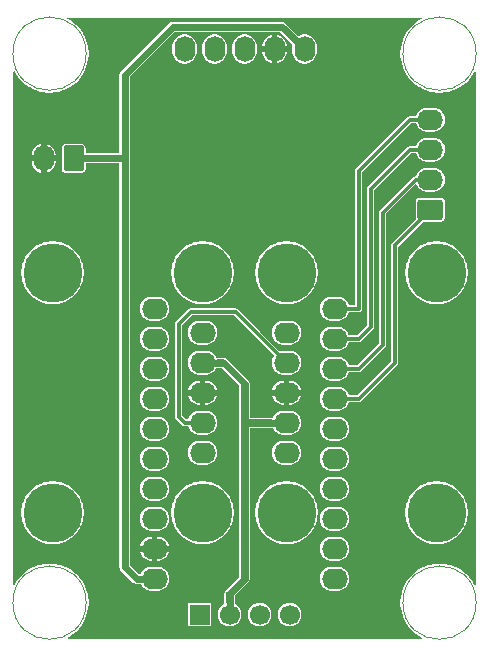
<source format=gbr>
%TF.GenerationSoftware,KiCad,Pcbnew,9.0.4*%
%TF.CreationDate,2025-10-10T16:09:38+02:00*%
%TF.ProjectId,ali-sensor,616c692d-7365-46e7-936f-722e6b696361,rev?*%
%TF.SameCoordinates,Original*%
%TF.FileFunction,Copper,L2,Bot*%
%TF.FilePolarity,Positive*%
%FSLAX46Y46*%
G04 Gerber Fmt 4.6, Leading zero omitted, Abs format (unit mm)*
G04 Created by KiCad (PCBNEW 9.0.4) date 2025-10-10 16:09:38*
%MOMM*%
%LPD*%
G01*
G04 APERTURE LIST*
G04 Aperture macros list*
%AMRoundRect*
0 Rectangle with rounded corners*
0 $1 Rounding radius*
0 $2 $3 $4 $5 $6 $7 $8 $9 X,Y pos of 4 corners*
0 Add a 4 corners polygon primitive as box body*
4,1,4,$2,$3,$4,$5,$6,$7,$8,$9,$2,$3,0*
0 Add four circle primitives for the rounded corners*
1,1,$1+$1,$2,$3*
1,1,$1+$1,$4,$5*
1,1,$1+$1,$6,$7*
1,1,$1+$1,$8,$9*
0 Add four rect primitives between the rounded corners*
20,1,$1+$1,$2,$3,$4,$5,0*
20,1,$1+$1,$4,$5,$6,$7,0*
20,1,$1+$1,$6,$7,$8,$9,0*
20,1,$1+$1,$8,$9,$2,$3,0*%
G04 Aperture macros list end*
%TA.AperFunction,NonConductor*%
%ADD10C,0.120000*%
%TD*%
%TA.AperFunction,ComponentPad*%
%ADD11O,2.190000X1.740000*%
%TD*%
%TA.AperFunction,ComponentPad*%
%ADD12RoundRect,0.250000X0.620000X0.845000X-0.620000X0.845000X-0.620000X-0.845000X0.620000X-0.845000X0*%
%TD*%
%TA.AperFunction,ComponentPad*%
%ADD13O,1.740000X2.190000*%
%TD*%
%TA.AperFunction,ComponentPad*%
%ADD14C,5.000000*%
%TD*%
%TA.AperFunction,ComponentPad*%
%ADD15R,1.700000X1.700000*%
%TD*%
%TA.AperFunction,ComponentPad*%
%ADD16C,1.700000*%
%TD*%
%TA.AperFunction,ComponentPad*%
%ADD17RoundRect,0.250000X0.845000X-0.620000X0.845000X0.620000X-0.845000X0.620000X-0.845000X-0.620000X0*%
%TD*%
%TA.AperFunction,Conductor*%
%ADD18C,0.600000*%
%TD*%
%TA.AperFunction,Conductor*%
%ADD19C,0.300000*%
%TD*%
G04 APERTURE END LIST*
D10*
X172010000Y-80010000D02*
G75*
G02*
X165810000Y-80010000I-3100000J0D01*
G01*
X165810000Y-80010000D02*
G75*
G02*
X172010000Y-80010000I3100000J0D01*
G01*
X172010000Y-126492000D02*
G75*
G02*
X165810000Y-126492000I-3100000J0D01*
G01*
X165810000Y-126492000D02*
G75*
G02*
X172010000Y-126492000I3100000J0D01*
G01*
X138990000Y-80010000D02*
G75*
G02*
X132790000Y-80010000I-3100000J0D01*
G01*
X132790000Y-80010000D02*
G75*
G02*
X138990000Y-80010000I3100000J0D01*
G01*
X138990000Y-126492000D02*
G75*
G02*
X132790000Y-126492000I-3100000J0D01*
G01*
X132790000Y-126492000D02*
G75*
G02*
X138990000Y-126492000I3100000J0D01*
G01*
D11*
%TO.P,U1,1,TX*%
%TO.N,unconnected-(U1-TX-Pad1)*%
X160020000Y-124460000D03*
%TO.P,U1,2,RX*%
%TO.N,unconnected-(U1-RX-Pad2)*%
X160020000Y-121920000D03*
%TO.P,U1,3,GPIO0*%
%TO.N,unconnected-(U1-GPIO0-Pad3)*%
X160020000Y-119380000D03*
%TO.P,U1,4,GPIO1*%
%TO.N,unconnected-(U1-GPIO1-Pad4)*%
X160020000Y-116840000D03*
%TO.P,U1,5,GPIO2*%
%TO.N,Net-(U1-GPIO2)*%
X160020000Y-114300000D03*
%TO.P,U1,6,GPIO3*%
%TO.N,Net-(U1-GPIO3)*%
X160020000Y-111760000D03*
%TO.P,U1,7,GPIO4*%
%TO.N,Net-(J2-Pin_1)*%
X160020000Y-109220000D03*
%TO.P,U1,8,GPIO5*%
%TO.N,Net-(J2-Pin_2)*%
X160020000Y-106680000D03*
%TO.P,U1,9,GPIO6*%
%TO.N,Net-(J2-Pin_3)*%
X160020000Y-104140000D03*
%TO.P,U1,10,GPIO7*%
%TO.N,Net-(J2-Pin_4)*%
X160020000Y-101600000D03*
%TO.P,U1,11,USB5V*%
%TO.N,+5V*%
X144780000Y-124460000D03*
%TO.P,U1,12,GND*%
%TO.N,GND*%
X144780000Y-121920000D03*
%TO.P,U1,13,3.3V*%
%TO.N,+3.3V*%
X144780000Y-119380000D03*
%TO.P,U1,14,GPIO20*%
%TO.N,Net-(U1-GPIO20)*%
X144780000Y-116840000D03*
%TO.P,U1,15,GPIO19*%
%TO.N,Net-(U1-GPIO19)*%
X144780000Y-114300000D03*
%TO.P,U1,16,GPIO18*%
%TO.N,Net-(U1-GPIO18)*%
X144780000Y-111760000D03*
%TO.P,U1,17,GPIO15*%
%TO.N,unconnected-(U1-GPIO15-Pad17)*%
X144780000Y-109220000D03*
%TO.P,U1,18,GPIO14*%
%TO.N,unconnected-(U1-GPIO14-Pad18)*%
X144780000Y-106680000D03*
%TO.P,U1,19,GPIO9*%
%TO.N,unconnected-(U1-GPIO9-Pad19)*%
X144780000Y-104140000D03*
%TO.P,U1,20,GPIO8*%
%TO.N,unconnected-(U1-GPIO8-Pad20)*%
X144780000Y-101600000D03*
%TD*%
D12*
%TO.P,J3,1,Pin_1*%
%TO.N,+5V*%
X137927000Y-88880000D03*
D13*
%TO.P,J3,2,Pin_2*%
%TO.N,GND*%
X135387000Y-88880000D03*
%TD*%
%TO.P,U2,1,TX*%
%TO.N,Net-(U1-GPIO20)*%
X147320000Y-79629000D03*
%TO.P,U2,2,RX*%
%TO.N,Net-(U1-GPIO19)*%
X149860000Y-79629000D03*
%TO.P,U2,3,OUT*%
%TO.N,Net-(U1-GPIO18)*%
X152400000Y-79629000D03*
%TO.P,U2,4,GND*%
%TO.N,GND*%
X154940000Y-79629000D03*
%TO.P,U2,5,VCC*%
%TO.N,+5V*%
X157480000Y-79629000D03*
%TD*%
D14*
%TO.P,U3,*%
%TO.N,*%
X148844000Y-98552000D03*
X136144000Y-98552000D03*
X148844000Y-118872000D03*
X136144000Y-118872000D03*
D11*
%TO.P,U3,1,VIN*%
%TO.N,/+5V-sensor*%
X148844000Y-103632000D03*
%TO.P,U3,2,3.3V*%
%TO.N,/+3.3V-sensor*%
X148844000Y-106172000D03*
%TO.P,U3,3,GND*%
%TO.N,GND*%
X148844000Y-108712000D03*
%TO.P,U3,4,SCL*%
%TO.N,Net-(U1-GPIO2)*%
X148844000Y-111252000D03*
%TO.P,U3,5,SDA*%
%TO.N,Net-(U1-GPIO3)*%
X148844000Y-113792000D03*
%TD*%
D15*
%TO.P,J1,1,Pin_1*%
%TO.N,+3.3V*%
X148590000Y-127508000D03*
D16*
%TO.P,J1,2,Pin_2*%
%TO.N,/+3.3V-sensor*%
X151130000Y-127508000D03*
%TO.P,J1,3,Pin_3*%
%TO.N,+5V*%
X153670000Y-127508000D03*
%TO.P,J1,4,Pin_4*%
%TO.N,/+5V-sensor*%
X156210000Y-127508000D03*
%TD*%
D17*
%TO.P,J2,1,Pin_1*%
%TO.N,Net-(J2-Pin_1)*%
X168128000Y-93218000D03*
D11*
%TO.P,J2,2,Pin_2*%
%TO.N,Net-(J2-Pin_2)*%
X168128000Y-90678000D03*
%TO.P,J2,3,Pin_3*%
%TO.N,Net-(J2-Pin_3)*%
X168128000Y-88138000D03*
%TO.P,J2,4,Pin_4*%
%TO.N,Net-(J2-Pin_4)*%
X168128000Y-85598000D03*
%TD*%
D14*
%TO.P,U4,*%
%TO.N,*%
X155956000Y-118872000D03*
X168656000Y-118872000D03*
X155956000Y-98552000D03*
X168656000Y-98552000D03*
D11*
%TO.P,U4,1,VIN*%
%TO.N,/+5V-sensor*%
X155956000Y-113792000D03*
%TO.P,U4,2,3.3V*%
%TO.N,/+3.3V-sensor*%
X155956000Y-111252000D03*
%TO.P,U4,3,GND*%
%TO.N,GND*%
X155956000Y-108712000D03*
%TO.P,U4,4,SCL*%
%TO.N,Net-(U1-GPIO2)*%
X155956000Y-106172000D03*
%TO.P,U4,5,SDA*%
%TO.N,Net-(U1-GPIO3)*%
X155956000Y-103632000D03*
%TD*%
D18*
%TO.N,+5V*%
X142240000Y-81788000D02*
X142240000Y-88900000D01*
X146304000Y-77724000D02*
X142240000Y-81788000D01*
X157480000Y-79629000D02*
X155575000Y-77724000D01*
X155575000Y-77724000D02*
X146304000Y-77724000D01*
X137927000Y-88880000D02*
X142220000Y-88880000D01*
X142240000Y-123444000D02*
X143256000Y-124460000D01*
X142220000Y-88880000D02*
X142240000Y-88900000D01*
X143256000Y-124460000D02*
X144780000Y-124460000D01*
X142240000Y-88900000D02*
X142240000Y-123444000D01*
%TO.N,/+3.3V-sensor*%
X151130000Y-125730000D02*
X152400000Y-124460000D01*
X152400000Y-111252000D02*
X152400000Y-107950000D01*
X150622000Y-106172000D02*
X148844000Y-106172000D01*
X152400000Y-124460000D02*
X152400000Y-111252000D01*
X151130000Y-127508000D02*
X151130000Y-125730000D01*
X155956000Y-111252000D02*
X152400000Y-111252000D01*
X152400000Y-107950000D02*
X150622000Y-106172000D01*
D19*
%TO.N,Net-(J2-Pin_1)*%
X165100000Y-96246000D02*
X165100000Y-106172000D01*
X160348232Y-109220000D02*
X160184116Y-109055884D01*
X162052000Y-109220000D02*
X160348232Y-109220000D01*
X165100000Y-106172000D02*
X162052000Y-109220000D01*
X168128000Y-93218000D02*
X165100000Y-96246000D01*
%TO.N,Net-(J2-Pin_4)*%
X168128000Y-85598000D02*
X166370000Y-85598000D01*
X162052000Y-101600000D02*
X160020000Y-101600000D01*
X162052000Y-89916000D02*
X162052000Y-101600000D01*
X166370000Y-85598000D02*
X162052000Y-89916000D01*
%TO.N,Net-(J2-Pin_3)*%
X166370000Y-88138000D02*
X168128000Y-88138000D01*
X163068000Y-103124000D02*
X163068000Y-91440000D01*
X163068000Y-91440000D02*
X166370000Y-88138000D01*
X160020000Y-104140000D02*
X162052000Y-104140000D01*
X162052000Y-104140000D02*
X163068000Y-103124000D01*
%TO.N,Net-(J2-Pin_2)*%
X162052000Y-106680000D02*
X160020000Y-106680000D01*
X164084000Y-93472000D02*
X164084000Y-104648000D01*
X166878000Y-90678000D02*
X164084000Y-93472000D01*
X164084000Y-104648000D02*
X162052000Y-106680000D01*
X168128000Y-90678000D02*
X166878000Y-90678000D01*
%TO.N,Net-(U1-GPIO2)*%
X148844000Y-111252000D02*
X147320000Y-111252000D01*
X147320000Y-111252000D02*
X146812000Y-110744000D01*
X151638000Y-101854000D02*
X155956000Y-106172000D01*
X147828000Y-101854000D02*
X151638000Y-101854000D01*
X146812000Y-102870000D02*
X147828000Y-101854000D01*
X146812000Y-110744000D02*
X146812000Y-102870000D01*
%TD*%
%TA.AperFunction,Conductor*%
%TO.N,/+3.3V-sensor*%
G36*
X150665753Y-105902128D02*
G01*
X150719038Y-105916405D01*
X150734110Y-105922649D01*
X150781888Y-105950233D01*
X150794833Y-105960166D01*
X152611834Y-107777168D01*
X152621766Y-107790111D01*
X152649348Y-107837882D01*
X152655592Y-107852957D01*
X152669870Y-107906243D01*
X152672000Y-107922419D01*
X152672000Y-110762000D01*
X152683836Y-110821506D01*
X152702140Y-110865696D01*
X152702146Y-110865708D01*
X152722439Y-110900856D01*
X152786298Y-110949857D01*
X152830492Y-110968163D01*
X152890000Y-110980000D01*
X154693130Y-110980000D01*
X154737324Y-110998306D01*
X154740673Y-111002000D01*
X155413291Y-111002000D01*
X155401548Y-111022339D01*
X155361000Y-111173667D01*
X155361000Y-111330333D01*
X155401548Y-111481661D01*
X155413291Y-111502000D01*
X154739853Y-111502000D01*
X154699256Y-111523699D01*
X154693130Y-111524000D01*
X152890000Y-111524000D01*
X152830493Y-111535836D01*
X152786303Y-111554140D01*
X152786291Y-111554146D01*
X152751143Y-111574439D01*
X152702142Y-111638298D01*
X152683836Y-111682495D01*
X152672000Y-111741999D01*
X152672000Y-124487586D01*
X152669870Y-124503763D01*
X152655594Y-124557039D01*
X152649350Y-124572113D01*
X152621767Y-124619887D01*
X152611835Y-124632830D01*
X151465853Y-125778812D01*
X151432141Y-125829264D01*
X151413836Y-125873456D01*
X151413836Y-125873457D01*
X151402000Y-125932963D01*
X151402000Y-126466356D01*
X151383694Y-126510550D01*
X151339500Y-126528856D01*
X151327307Y-126527655D01*
X151228491Y-126508000D01*
X151031508Y-126508000D01*
X150932693Y-126527655D01*
X150885776Y-126518323D01*
X150859201Y-126478549D01*
X150858000Y-126466356D01*
X150858000Y-125702415D01*
X150860129Y-125686240D01*
X150874404Y-125632961D01*
X150880649Y-125617885D01*
X150908233Y-125570109D01*
X150918159Y-125557173D01*
X150977463Y-125497871D01*
X150977464Y-125497870D01*
X152064149Y-124411184D01*
X152097857Y-124360737D01*
X152116163Y-124316543D01*
X152128000Y-124257035D01*
X152128000Y-108152964D01*
X152116163Y-108093456D01*
X152097857Y-108049262D01*
X152064149Y-107998815D01*
X150573185Y-106507851D01*
X150522738Y-106474143D01*
X150522737Y-106474142D01*
X150522735Y-106474141D01*
X150478542Y-106455836D01*
X150419036Y-106444000D01*
X150106870Y-106444000D01*
X150062676Y-106425694D01*
X150059327Y-106422000D01*
X149386709Y-106422000D01*
X149398452Y-106401661D01*
X149439000Y-106250333D01*
X149439000Y-106093667D01*
X149398452Y-105942339D01*
X149386709Y-105922000D01*
X150060147Y-105922000D01*
X150100744Y-105900301D01*
X150106870Y-105900000D01*
X150649580Y-105900000D01*
X150665753Y-105902128D01*
G37*
%TD.AperFunction*%
%TD*%
%TA.AperFunction,Conductor*%
%TO.N,GND*%
G36*
X167398373Y-76972806D02*
G01*
X167416679Y-77017000D01*
X167398373Y-77061194D01*
X167383641Y-77072120D01*
X167206016Y-77167061D01*
X166935553Y-77347779D01*
X166935550Y-77347781D01*
X166684128Y-77554118D01*
X166684121Y-77554124D01*
X166454124Y-77784121D01*
X166454118Y-77784128D01*
X166247781Y-78035550D01*
X166247779Y-78035553D01*
X166067061Y-78306016D01*
X165913734Y-78592873D01*
X165789264Y-78893369D01*
X165789261Y-78893377D01*
X165789260Y-78893381D01*
X165780927Y-78920851D01*
X165694839Y-79204642D01*
X165694835Y-79204658D01*
X165631380Y-79523670D01*
X165618152Y-79657986D01*
X165599500Y-79847366D01*
X165599500Y-79847984D01*
X165599500Y-80172634D01*
X165604559Y-80224000D01*
X165631380Y-80496329D01*
X165694835Y-80815341D01*
X165694839Y-80815357D01*
X165700884Y-80835283D01*
X165789260Y-81126619D01*
X165789262Y-81126624D01*
X165789264Y-81126630D01*
X165913734Y-81427126D01*
X166067061Y-81713983D01*
X166067064Y-81713988D01*
X166067065Y-81713989D01*
X166247775Y-81984441D01*
X166247778Y-81984445D01*
X166247779Y-81984446D01*
X166247781Y-81984449D01*
X166454118Y-82235871D01*
X166454124Y-82235878D01*
X166684121Y-82465875D01*
X166684128Y-82465881D01*
X166773172Y-82538958D01*
X166935559Y-82672225D01*
X167206011Y-82852935D01*
X167206013Y-82852936D01*
X167206016Y-82852938D01*
X167217481Y-82859066D01*
X167492872Y-83006265D01*
X167793369Y-83130735D01*
X167793368Y-83130735D01*
X167793371Y-83130736D01*
X167793381Y-83130740D01*
X168104644Y-83225161D01*
X168104653Y-83225162D01*
X168104658Y-83225164D01*
X168189786Y-83242096D01*
X168423663Y-83288618D01*
X168423668Y-83288618D01*
X168423671Y-83288619D01*
X168423669Y-83288619D01*
X168588559Y-83304858D01*
X168747366Y-83320500D01*
X168747370Y-83320500D01*
X169072630Y-83320500D01*
X169072634Y-83320500D01*
X169283057Y-83299775D01*
X169396329Y-83288619D01*
X169396331Y-83288618D01*
X169396337Y-83288618D01*
X169715356Y-83225161D01*
X170026619Y-83130740D01*
X170327128Y-83006265D01*
X170613989Y-82852935D01*
X170884441Y-82672225D01*
X171135877Y-82465877D01*
X171365877Y-82235877D01*
X171572225Y-81984441D01*
X171752935Y-81713989D01*
X171847880Y-81536357D01*
X171884857Y-81506011D01*
X171932462Y-81510700D01*
X171962809Y-81547677D01*
X171965500Y-81565820D01*
X171965500Y-124936179D01*
X171947194Y-124980373D01*
X171903000Y-124998679D01*
X171858806Y-124980373D01*
X171847880Y-124965641D01*
X171752938Y-124788016D01*
X171752935Y-124788011D01*
X171572225Y-124517559D01*
X171442500Y-124359489D01*
X171365881Y-124266128D01*
X171365875Y-124266121D01*
X171135878Y-124036124D01*
X171135871Y-124036118D01*
X170884449Y-123829781D01*
X170884446Y-123829779D01*
X170884445Y-123829778D01*
X170884441Y-123829775D01*
X170613989Y-123649065D01*
X170613988Y-123649064D01*
X170613983Y-123649061D01*
X170327126Y-123495734D01*
X170026630Y-123371264D01*
X170026631Y-123371264D01*
X170026622Y-123371261D01*
X170026619Y-123371260D01*
X169857739Y-123320030D01*
X169715357Y-123276839D01*
X169715341Y-123276835D01*
X169396328Y-123213380D01*
X169396330Y-123213380D01*
X169147446Y-123188868D01*
X169072634Y-123181500D01*
X168747366Y-123181500D01*
X168672553Y-123188868D01*
X168423670Y-123213380D01*
X168104658Y-123276835D01*
X168104642Y-123276839D01*
X167909252Y-123336110D01*
X167793381Y-123371260D01*
X167793377Y-123371261D01*
X167793369Y-123371264D01*
X167492873Y-123495734D01*
X167206016Y-123649061D01*
X166935553Y-123829779D01*
X166935550Y-123829781D01*
X166684128Y-124036118D01*
X166684121Y-124036124D01*
X166454124Y-124266121D01*
X166454118Y-124266128D01*
X166247781Y-124517550D01*
X166247779Y-124517553D01*
X166067061Y-124788016D01*
X165913734Y-125074873D01*
X165789264Y-125375369D01*
X165789261Y-125375377D01*
X165789260Y-125375381D01*
X165769269Y-125441282D01*
X165694839Y-125686642D01*
X165694835Y-125686658D01*
X165631380Y-126005670D01*
X165618152Y-126139986D01*
X165599500Y-126329366D01*
X165599500Y-126329984D01*
X165599500Y-126654634D01*
X165607008Y-126730860D01*
X165631380Y-126978329D01*
X165694835Y-127297341D01*
X165694839Y-127297356D01*
X165789260Y-127608619D01*
X165789262Y-127608624D01*
X165789264Y-127608630D01*
X165913734Y-127909126D01*
X166067061Y-128195983D01*
X166067064Y-128195988D01*
X166067065Y-128195989D01*
X166247775Y-128466441D01*
X166247778Y-128466445D01*
X166247779Y-128466446D01*
X166247781Y-128466449D01*
X166454118Y-128717871D01*
X166454124Y-128717878D01*
X166684121Y-128947875D01*
X166684128Y-128947881D01*
X166773172Y-129020958D01*
X166935559Y-129154225D01*
X167206011Y-129334935D01*
X167206013Y-129334936D01*
X167206016Y-129334938D01*
X167369610Y-129422380D01*
X167399957Y-129459357D01*
X167395268Y-129506962D01*
X167358291Y-129537309D01*
X167340148Y-129540000D01*
X137459852Y-129540000D01*
X137415658Y-129521694D01*
X137397352Y-129477500D01*
X137415658Y-129433306D01*
X137430390Y-129422380D01*
X137515377Y-129376954D01*
X137593989Y-129334935D01*
X137864441Y-129154225D01*
X138115877Y-128947877D01*
X138345877Y-128717877D01*
X138552225Y-128466441D01*
X138614781Y-128372819D01*
X147589499Y-128372819D01*
X147598233Y-128416722D01*
X147598233Y-128416723D01*
X147598691Y-128417408D01*
X147631496Y-128466504D01*
X147681278Y-128499767D01*
X147725180Y-128508500D01*
X147725181Y-128508500D01*
X149454819Y-128508500D01*
X149454820Y-128508500D01*
X149498722Y-128499767D01*
X149548504Y-128466504D01*
X149581767Y-128416722D01*
X149590500Y-128372820D01*
X149590500Y-126643180D01*
X149581767Y-126599278D01*
X149548504Y-126549496D01*
X149498722Y-126516233D01*
X149454820Y-126507500D01*
X147725180Y-126507500D01*
X147703229Y-126511866D01*
X147681277Y-126516233D01*
X147681276Y-126516233D01*
X147631496Y-126549496D01*
X147598233Y-126599276D01*
X147598233Y-126599277D01*
X147589500Y-126643180D01*
X147589500Y-128372819D01*
X147589499Y-128372819D01*
X138614781Y-128372819D01*
X138732935Y-128195989D01*
X138886265Y-127909128D01*
X139010740Y-127608619D01*
X139105161Y-127297356D01*
X139168618Y-126978337D01*
X139200500Y-126654634D01*
X139200500Y-126329366D01*
X139169191Y-126011477D01*
X139168619Y-126005670D01*
X139149988Y-125912007D01*
X139106924Y-125695508D01*
X139105164Y-125686658D01*
X139105162Y-125686653D01*
X139105161Y-125686644D01*
X139010740Y-125375381D01*
X138886265Y-125074872D01*
X138770541Y-124858367D01*
X138732938Y-124788016D01*
X138732935Y-124788011D01*
X138552225Y-124517559D01*
X138422500Y-124359489D01*
X138345881Y-124266128D01*
X138345875Y-124266121D01*
X138115878Y-124036124D01*
X138115871Y-124036118D01*
X137864449Y-123829781D01*
X137864446Y-123829779D01*
X137864445Y-123829778D01*
X137864441Y-123829775D01*
X137593989Y-123649065D01*
X137593988Y-123649064D01*
X137593983Y-123649061D01*
X137307126Y-123495734D01*
X137006630Y-123371264D01*
X137006631Y-123371264D01*
X137006622Y-123371261D01*
X137006619Y-123371260D01*
X136837739Y-123320030D01*
X136695357Y-123276839D01*
X136695341Y-123276835D01*
X136376328Y-123213380D01*
X136376330Y-123213380D01*
X136127446Y-123188868D01*
X136052634Y-123181500D01*
X135727366Y-123181500D01*
X135652553Y-123188868D01*
X135403670Y-123213380D01*
X135084658Y-123276835D01*
X135084642Y-123276839D01*
X134889252Y-123336110D01*
X134773381Y-123371260D01*
X134773377Y-123371261D01*
X134773369Y-123371264D01*
X134472873Y-123495734D01*
X134186016Y-123649061D01*
X133915553Y-123829779D01*
X133915550Y-123829781D01*
X133664128Y-124036118D01*
X133664121Y-124036124D01*
X133434124Y-124266121D01*
X133434118Y-124266128D01*
X133227781Y-124517550D01*
X133227779Y-124517553D01*
X133047061Y-124788016D01*
X132952120Y-124965641D01*
X132915143Y-124995988D01*
X132867538Y-124991299D01*
X132837191Y-124954322D01*
X132834500Y-124936179D01*
X132834500Y-118723151D01*
X133493500Y-118723151D01*
X133493500Y-119020849D01*
X133507173Y-119142202D01*
X133526830Y-119316663D01*
X133526833Y-119316680D01*
X133593074Y-119606902D01*
X133593075Y-119606908D01*
X133691394Y-119887890D01*
X133691398Y-119887898D01*
X133691399Y-119887901D01*
X133760086Y-120030531D01*
X133820565Y-120156117D01*
X133978946Y-120408179D01*
X133978958Y-120408196D01*
X134164551Y-120640921D01*
X134164556Y-120640927D01*
X134164562Y-120640934D01*
X134375066Y-120851438D01*
X134375073Y-120851444D01*
X134375078Y-120851448D01*
X134607803Y-121037041D01*
X134607809Y-121037045D01*
X134607815Y-121037050D01*
X134859883Y-121195435D01*
X135128099Y-121324601D01*
X135128105Y-121324603D01*
X135128109Y-121324605D01*
X135409091Y-121422924D01*
X135699325Y-121489168D01*
X135995151Y-121522500D01*
X135995154Y-121522500D01*
X136292846Y-121522500D01*
X136292849Y-121522500D01*
X136588675Y-121489168D01*
X136878909Y-121422924D01*
X137159901Y-121324601D01*
X137428117Y-121195435D01*
X137680185Y-121037050D01*
X137912934Y-120851438D01*
X138123438Y-120640934D01*
X138309050Y-120408185D01*
X138467435Y-120156117D01*
X138596601Y-119887901D01*
X138605179Y-119863388D01*
X138694924Y-119606908D01*
X138761168Y-119316675D01*
X138794500Y-119020849D01*
X138794500Y-118723151D01*
X138761168Y-118427325D01*
X138694924Y-118137091D01*
X138598141Y-117860499D01*
X138596605Y-117856109D01*
X138596603Y-117856105D01*
X138596601Y-117856099D01*
X138467435Y-117587883D01*
X138309050Y-117335815D01*
X138309045Y-117335809D01*
X138309041Y-117335803D01*
X138123448Y-117103078D01*
X138123444Y-117103073D01*
X138123438Y-117103066D01*
X137912934Y-116892562D01*
X137912927Y-116892556D01*
X137912921Y-116892551D01*
X137680196Y-116706958D01*
X137680179Y-116706946D01*
X137428117Y-116548565D01*
X137415164Y-116542327D01*
X137159901Y-116419399D01*
X137159898Y-116419398D01*
X137159890Y-116419394D01*
X136878908Y-116321075D01*
X136878902Y-116321074D01*
X136588680Y-116254833D01*
X136588677Y-116254832D01*
X136588675Y-116254832D01*
X136588673Y-116254831D01*
X136588663Y-116254830D01*
X136394265Y-116232927D01*
X136292849Y-116221500D01*
X135995151Y-116221500D01*
X135904135Y-116231755D01*
X135699336Y-116254830D01*
X135699319Y-116254833D01*
X135409097Y-116321074D01*
X135409091Y-116321075D01*
X135128109Y-116419394D01*
X134859882Y-116548565D01*
X134607820Y-116706946D01*
X134607803Y-116706958D01*
X134375078Y-116892551D01*
X134375058Y-116892569D01*
X134164569Y-117103058D01*
X134164551Y-117103078D01*
X133978958Y-117335803D01*
X133978946Y-117335820D01*
X133820565Y-117587882D01*
X133691394Y-117856109D01*
X133593075Y-118137091D01*
X133593074Y-118137097D01*
X133526833Y-118427319D01*
X133526830Y-118427336D01*
X133508804Y-118587325D01*
X133493500Y-118723151D01*
X132834500Y-118723151D01*
X132834500Y-98403154D01*
X133493500Y-98403154D01*
X133493500Y-98700845D01*
X133526830Y-98996663D01*
X133526833Y-98996680D01*
X133593074Y-99286902D01*
X133593075Y-99286908D01*
X133691394Y-99567890D01*
X133820565Y-99836117D01*
X133978946Y-100088179D01*
X133978958Y-100088196D01*
X134164551Y-100320921D01*
X134164556Y-100320927D01*
X134164562Y-100320934D01*
X134375066Y-100531438D01*
X134375073Y-100531444D01*
X134375078Y-100531448D01*
X134607803Y-100717041D01*
X134607809Y-100717045D01*
X134607815Y-100717050D01*
X134859883Y-100875435D01*
X135128099Y-101004601D01*
X135128105Y-101004603D01*
X135128109Y-101004605D01*
X135409091Y-101102924D01*
X135699325Y-101169168D01*
X135995151Y-101202500D01*
X135995154Y-101202500D01*
X136292846Y-101202500D01*
X136292849Y-101202500D01*
X136588675Y-101169168D01*
X136878909Y-101102924D01*
X137159901Y-101004601D01*
X137428117Y-100875435D01*
X137680185Y-100717050D01*
X137912934Y-100531438D01*
X138123438Y-100320934D01*
X138309050Y-100088185D01*
X138467435Y-99836117D01*
X138596601Y-99567901D01*
X138694924Y-99286909D01*
X138761168Y-98996675D01*
X138794500Y-98700849D01*
X138794500Y-98403151D01*
X138761168Y-98107325D01*
X138694924Y-97817091D01*
X138596605Y-97536109D01*
X138596603Y-97536105D01*
X138596601Y-97536099D01*
X138467435Y-97267883D01*
X138309050Y-97015815D01*
X138309045Y-97015809D01*
X138309041Y-97015803D01*
X138123448Y-96783078D01*
X138123444Y-96783073D01*
X138123438Y-96783066D01*
X137912934Y-96572562D01*
X137912927Y-96572556D01*
X137912921Y-96572551D01*
X137680196Y-96386958D01*
X137680179Y-96386946D01*
X137428117Y-96228565D01*
X137159901Y-96099399D01*
X137159898Y-96099398D01*
X137159890Y-96099394D01*
X136878908Y-96001075D01*
X136878902Y-96001074D01*
X136588680Y-95934833D01*
X136588677Y-95934832D01*
X136588675Y-95934832D01*
X136588673Y-95934831D01*
X136588663Y-95934830D01*
X136394265Y-95912927D01*
X136292849Y-95901500D01*
X135995151Y-95901500D01*
X135904135Y-95911755D01*
X135699336Y-95934830D01*
X135699319Y-95934833D01*
X135409097Y-96001074D01*
X135409091Y-96001075D01*
X135128109Y-96099394D01*
X134859882Y-96228565D01*
X134607820Y-96386946D01*
X134607803Y-96386958D01*
X134375078Y-96572551D01*
X134375058Y-96572569D01*
X134164569Y-96783058D01*
X134164551Y-96783078D01*
X133978958Y-97015803D01*
X133978946Y-97015820D01*
X133820565Y-97267882D01*
X133691394Y-97536109D01*
X133593075Y-97817091D01*
X133593074Y-97817097D01*
X133526833Y-98107319D01*
X133526830Y-98107336D01*
X133493500Y-98403154D01*
X132834500Y-98403154D01*
X132834500Y-88554538D01*
X134367000Y-88554538D01*
X134367000Y-88630000D01*
X134844291Y-88630000D01*
X134832548Y-88650339D01*
X134792000Y-88801667D01*
X134792000Y-88958333D01*
X134832548Y-89109661D01*
X134844291Y-89130000D01*
X134367000Y-89130000D01*
X134367000Y-89205461D01*
X134406197Y-89402521D01*
X134406197Y-89402522D01*
X134483086Y-89588148D01*
X134483089Y-89588152D01*
X134594714Y-89755211D01*
X134736788Y-89897285D01*
X134903847Y-90008910D01*
X134903851Y-90008913D01*
X135089468Y-90085799D01*
X135089478Y-90085802D01*
X135136999Y-90095254D01*
X135137000Y-90095254D01*
X135137000Y-89422709D01*
X135157339Y-89434452D01*
X135308667Y-89475000D01*
X135465333Y-89475000D01*
X135616661Y-89434452D01*
X135637000Y-89422709D01*
X135637000Y-90095254D01*
X135684521Y-90085802D01*
X135684531Y-90085799D01*
X135870148Y-90008913D01*
X135870152Y-90008910D01*
X136037211Y-89897285D01*
X136179285Y-89755211D01*
X136290910Y-89588152D01*
X136290913Y-89588148D01*
X136367802Y-89402522D01*
X136367802Y-89402521D01*
X136406999Y-89205461D01*
X136407000Y-89205461D01*
X136407000Y-89130000D01*
X135929709Y-89130000D01*
X135941452Y-89109661D01*
X135982000Y-88958333D01*
X135982000Y-88801667D01*
X135941452Y-88650339D01*
X135929709Y-88630000D01*
X136407000Y-88630000D01*
X136407000Y-88554539D01*
X136406999Y-88554538D01*
X136367802Y-88357478D01*
X136367802Y-88357477D01*
X136290913Y-88171851D01*
X136290910Y-88171847D01*
X136199972Y-88035748D01*
X136179285Y-88004788D01*
X136177980Y-88003483D01*
X136906500Y-88003483D01*
X136906500Y-89756514D01*
X136906501Y-89756518D01*
X136921354Y-89850304D01*
X136921354Y-89850305D01*
X136945292Y-89897285D01*
X136978950Y-89963342D01*
X137068658Y-90053050D01*
X137181696Y-90110646D01*
X137181699Y-90110646D01*
X137181701Y-90110647D01*
X137275467Y-90125498D01*
X137275469Y-90125498D01*
X137275481Y-90125500D01*
X138578518Y-90125499D01*
X138672304Y-90110646D01*
X138785342Y-90053050D01*
X138875050Y-89963342D01*
X138932646Y-89850304D01*
X138939205Y-89808890D01*
X138947498Y-89756532D01*
X138947500Y-89756516D01*
X138947500Y-89370000D01*
X138965806Y-89325806D01*
X139010000Y-89307500D01*
X141750000Y-89307500D01*
X141794194Y-89325806D01*
X141812500Y-89370000D01*
X141812500Y-123500279D01*
X141812501Y-123500287D01*
X141841632Y-123609008D01*
X141841633Y-123609011D01*
X141897914Y-123706490D01*
X141897919Y-123706496D01*
X142913915Y-124722491D01*
X142993509Y-124802085D01*
X143090988Y-124858366D01*
X143090991Y-124858367D01*
X143199719Y-124887500D01*
X143585733Y-124887500D01*
X143629927Y-124905806D01*
X143643476Y-124926083D01*
X143650643Y-124943386D01*
X143650644Y-124943389D01*
X143762325Y-125110530D01*
X143762326Y-125110531D01*
X143904469Y-125252674D01*
X144071612Y-125364356D01*
X144128489Y-125387915D01*
X144257327Y-125441282D01*
X144257330Y-125441282D01*
X144257331Y-125441283D01*
X144454489Y-125480500D01*
X145105511Y-125480500D01*
X145302669Y-125441283D01*
X145302670Y-125441282D01*
X145302672Y-125441282D01*
X145338934Y-125426261D01*
X145488388Y-125364356D01*
X145655531Y-125252674D01*
X145797674Y-125110531D01*
X145909356Y-124943388D01*
X145986283Y-124757669D01*
X146025500Y-124560511D01*
X146025500Y-124359489D01*
X145986283Y-124162331D01*
X145986282Y-124162330D01*
X145986282Y-124162327D01*
X145945619Y-124064159D01*
X145909356Y-123976612D01*
X145797674Y-123809469D01*
X145655531Y-123667326D01*
X145619613Y-123643326D01*
X145488390Y-123555645D01*
X145488388Y-123555644D01*
X145302672Y-123478717D01*
X145105511Y-123439500D01*
X144454489Y-123439500D01*
X144257327Y-123478717D01*
X144071611Y-123555644D01*
X144071609Y-123555645D01*
X143904469Y-123667325D01*
X143762325Y-123809469D01*
X143650644Y-123976610D01*
X143650643Y-123976613D01*
X143643476Y-123993917D01*
X143634684Y-124002708D01*
X143629927Y-124014194D01*
X143618441Y-124018951D01*
X143609651Y-124027742D01*
X143585733Y-124032500D01*
X143458964Y-124032500D01*
X143414770Y-124014194D01*
X142685806Y-123285230D01*
X142667500Y-123241036D01*
X142667500Y-121669999D01*
X143564745Y-121669999D01*
X143564745Y-121670000D01*
X144237291Y-121670000D01*
X144225548Y-121690339D01*
X144185000Y-121841667D01*
X144185000Y-121998333D01*
X144225548Y-122149661D01*
X144237291Y-122170000D01*
X143564745Y-122170000D01*
X143574197Y-122217521D01*
X143574197Y-122217522D01*
X143651086Y-122403148D01*
X143651089Y-122403152D01*
X143762714Y-122570211D01*
X143904788Y-122712285D01*
X144071847Y-122823910D01*
X144071851Y-122823913D01*
X144257478Y-122900802D01*
X144454538Y-122939999D01*
X144454539Y-122940000D01*
X144530000Y-122940000D01*
X144530000Y-122462709D01*
X144550339Y-122474452D01*
X144701667Y-122515000D01*
X144858333Y-122515000D01*
X145009661Y-122474452D01*
X145030000Y-122462709D01*
X145030000Y-122940000D01*
X145105461Y-122940000D01*
X145105461Y-122939999D01*
X145302521Y-122900802D01*
X145302522Y-122900802D01*
X145488148Y-122823913D01*
X145488152Y-122823910D01*
X145655211Y-122712285D01*
X145797285Y-122570211D01*
X145908910Y-122403152D01*
X145908913Y-122403148D01*
X145985802Y-122217522D01*
X145985802Y-122217521D01*
X145995255Y-122170000D01*
X145322709Y-122170000D01*
X145334452Y-122149661D01*
X145375000Y-121998333D01*
X145375000Y-121841667D01*
X145334452Y-121690339D01*
X145322709Y-121670000D01*
X145995255Y-121670000D01*
X145995254Y-121669999D01*
X145985802Y-121622478D01*
X145985802Y-121622477D01*
X145908913Y-121436851D01*
X145908910Y-121436847D01*
X145797285Y-121269788D01*
X145655211Y-121127714D01*
X145488152Y-121016089D01*
X145488148Y-121016086D01*
X145302521Y-120939197D01*
X145105461Y-120900000D01*
X145030000Y-120900000D01*
X145030000Y-121377290D01*
X145009661Y-121365548D01*
X144858333Y-121325000D01*
X144701667Y-121325000D01*
X144550339Y-121365548D01*
X144530000Y-121377290D01*
X144530000Y-120900000D01*
X144454539Y-120900000D01*
X144257478Y-120939197D01*
X144257477Y-120939197D01*
X144071851Y-121016086D01*
X144071847Y-121016089D01*
X143904788Y-121127714D01*
X143762714Y-121269788D01*
X143651089Y-121436847D01*
X143651086Y-121436851D01*
X143574197Y-121622477D01*
X143574197Y-121622478D01*
X143564745Y-121669999D01*
X142667500Y-121669999D01*
X142667500Y-119279488D01*
X143534500Y-119279488D01*
X143534500Y-119480511D01*
X143573717Y-119677672D01*
X143650644Y-119863388D01*
X143650645Y-119863390D01*
X143667023Y-119887901D01*
X143762326Y-120030531D01*
X143904469Y-120172674D01*
X144071612Y-120284356D01*
X144159159Y-120320619D01*
X144257327Y-120361282D01*
X144257330Y-120361282D01*
X144257331Y-120361283D01*
X144454489Y-120400500D01*
X145105511Y-120400500D01*
X145302669Y-120361283D01*
X145302670Y-120361282D01*
X145302672Y-120361282D01*
X145338934Y-120346261D01*
X145488388Y-120284356D01*
X145655531Y-120172674D01*
X145797674Y-120030531D01*
X145909356Y-119863388D01*
X145986283Y-119677669D01*
X146025500Y-119480511D01*
X146025500Y-119279489D01*
X145986283Y-119082331D01*
X145986282Y-119082330D01*
X145986282Y-119082327D01*
X145945619Y-118984159D01*
X145909356Y-118896612D01*
X145797674Y-118729469D01*
X145791356Y-118723151D01*
X146193500Y-118723151D01*
X146193500Y-119020849D01*
X146207173Y-119142202D01*
X146226830Y-119316663D01*
X146226833Y-119316680D01*
X146293074Y-119606902D01*
X146293075Y-119606908D01*
X146391394Y-119887890D01*
X146391398Y-119887898D01*
X146391399Y-119887901D01*
X146460086Y-120030531D01*
X146520565Y-120156117D01*
X146678946Y-120408179D01*
X146678958Y-120408196D01*
X146864551Y-120640921D01*
X146864556Y-120640927D01*
X146864562Y-120640934D01*
X147075066Y-120851438D01*
X147075073Y-120851444D01*
X147075078Y-120851448D01*
X147307803Y-121037041D01*
X147307809Y-121037045D01*
X147307815Y-121037050D01*
X147559883Y-121195435D01*
X147828099Y-121324601D01*
X147828105Y-121324603D01*
X147828109Y-121324605D01*
X148109091Y-121422924D01*
X148399325Y-121489168D01*
X148695151Y-121522500D01*
X148695154Y-121522500D01*
X148992846Y-121522500D01*
X148992849Y-121522500D01*
X149288675Y-121489168D01*
X149578909Y-121422924D01*
X149859901Y-121324601D01*
X150128117Y-121195435D01*
X150380185Y-121037050D01*
X150612934Y-120851438D01*
X150823438Y-120640934D01*
X151009050Y-120408185D01*
X151167435Y-120156117D01*
X151296601Y-119887901D01*
X151305179Y-119863388D01*
X151394924Y-119606908D01*
X151461168Y-119316675D01*
X151494500Y-119020849D01*
X151494500Y-118723151D01*
X151461168Y-118427325D01*
X151394924Y-118137091D01*
X151298141Y-117860499D01*
X151296605Y-117856109D01*
X151296603Y-117856105D01*
X151296601Y-117856099D01*
X151167435Y-117587883D01*
X151009050Y-117335815D01*
X151009045Y-117335809D01*
X151009041Y-117335803D01*
X150823448Y-117103078D01*
X150823444Y-117103073D01*
X150823438Y-117103066D01*
X150612934Y-116892562D01*
X150612927Y-116892556D01*
X150612921Y-116892551D01*
X150380196Y-116706958D01*
X150380179Y-116706946D01*
X150128117Y-116548565D01*
X150115164Y-116542327D01*
X149859901Y-116419399D01*
X149859898Y-116419398D01*
X149859890Y-116419394D01*
X149578908Y-116321075D01*
X149578902Y-116321074D01*
X149288680Y-116254833D01*
X149288677Y-116254832D01*
X149288675Y-116254832D01*
X149288673Y-116254831D01*
X149288663Y-116254830D01*
X149094265Y-116232927D01*
X148992849Y-116221500D01*
X148695151Y-116221500D01*
X148604135Y-116231755D01*
X148399336Y-116254830D01*
X148399319Y-116254833D01*
X148109097Y-116321074D01*
X148109091Y-116321075D01*
X147828109Y-116419394D01*
X147559882Y-116548565D01*
X147307820Y-116706946D01*
X147307803Y-116706958D01*
X147075078Y-116892551D01*
X147075058Y-116892569D01*
X146864569Y-117103058D01*
X146864551Y-117103078D01*
X146678958Y-117335803D01*
X146678946Y-117335820D01*
X146520565Y-117587882D01*
X146391394Y-117856109D01*
X146293075Y-118137091D01*
X146293074Y-118137097D01*
X146226833Y-118427319D01*
X146226830Y-118427336D01*
X146208804Y-118587325D01*
X146193500Y-118723151D01*
X145791356Y-118723151D01*
X145655531Y-118587326D01*
X145655530Y-118587325D01*
X145488390Y-118475645D01*
X145488388Y-118475644D01*
X145302672Y-118398717D01*
X145105511Y-118359500D01*
X144454489Y-118359500D01*
X144257327Y-118398717D01*
X144071611Y-118475644D01*
X144071609Y-118475645D01*
X143904469Y-118587325D01*
X143762325Y-118729469D01*
X143650645Y-118896609D01*
X143650644Y-118896611D01*
X143573717Y-119082327D01*
X143534500Y-119279488D01*
X142667500Y-119279488D01*
X142667500Y-116739488D01*
X143534500Y-116739488D01*
X143534500Y-116940511D01*
X143573717Y-117137672D01*
X143650644Y-117323388D01*
X143650645Y-117323390D01*
X143658951Y-117335820D01*
X143762326Y-117490531D01*
X143904469Y-117632674D01*
X144071612Y-117744356D01*
X144159159Y-117780619D01*
X144257327Y-117821282D01*
X144257330Y-117821282D01*
X144257331Y-117821283D01*
X144454489Y-117860500D01*
X145105511Y-117860500D01*
X145302669Y-117821283D01*
X145302670Y-117821282D01*
X145302672Y-117821282D01*
X145338934Y-117806261D01*
X145488388Y-117744356D01*
X145655531Y-117632674D01*
X145797674Y-117490531D01*
X145909356Y-117323388D01*
X145986283Y-117137669D01*
X146025500Y-116940511D01*
X146025500Y-116739489D01*
X145986283Y-116542331D01*
X145986282Y-116542330D01*
X145986282Y-116542327D01*
X145935361Y-116419394D01*
X145909356Y-116356612D01*
X145797674Y-116189469D01*
X145655531Y-116047326D01*
X145655530Y-116047325D01*
X145488390Y-115935645D01*
X145488388Y-115935644D01*
X145302672Y-115858717D01*
X145105511Y-115819500D01*
X144454489Y-115819500D01*
X144257327Y-115858717D01*
X144071611Y-115935644D01*
X144071609Y-115935645D01*
X143904469Y-116047325D01*
X143762325Y-116189469D01*
X143650645Y-116356609D01*
X143650644Y-116356611D01*
X143573717Y-116542327D01*
X143534500Y-116739488D01*
X142667500Y-116739488D01*
X142667500Y-114199488D01*
X143534500Y-114199488D01*
X143534500Y-114400511D01*
X143573717Y-114597672D01*
X143614594Y-114696356D01*
X143650644Y-114783388D01*
X143762326Y-114950531D01*
X143904469Y-115092674D01*
X144071612Y-115204356D01*
X144159159Y-115240619D01*
X144257327Y-115281282D01*
X144257330Y-115281282D01*
X144257331Y-115281283D01*
X144454489Y-115320500D01*
X145105511Y-115320500D01*
X145302669Y-115281283D01*
X145302670Y-115281282D01*
X145302672Y-115281282D01*
X145338934Y-115266261D01*
X145488388Y-115204356D01*
X145655531Y-115092674D01*
X145797674Y-114950531D01*
X145909356Y-114783388D01*
X145986283Y-114597669D01*
X146025500Y-114400511D01*
X146025500Y-114199489D01*
X145986283Y-114002331D01*
X145986282Y-114002330D01*
X145986282Y-114002327D01*
X145940794Y-113892511D01*
X145909356Y-113816612D01*
X145825750Y-113691488D01*
X147598500Y-113691488D01*
X147598500Y-113892511D01*
X147637717Y-114089672D01*
X147714644Y-114275388D01*
X147826326Y-114442531D01*
X147968469Y-114584674D01*
X148135612Y-114696356D01*
X148223159Y-114732619D01*
X148321327Y-114773282D01*
X148321330Y-114773282D01*
X148321331Y-114773283D01*
X148518489Y-114812500D01*
X149169511Y-114812500D01*
X149366669Y-114773283D01*
X149366670Y-114773282D01*
X149366672Y-114773282D01*
X149402934Y-114758261D01*
X149552388Y-114696356D01*
X149719531Y-114584674D01*
X149861674Y-114442531D01*
X149973356Y-114275388D01*
X150050283Y-114089669D01*
X150089500Y-113892511D01*
X150089500Y-113691489D01*
X150050283Y-113494331D01*
X150050282Y-113494330D01*
X150050282Y-113494327D01*
X150009406Y-113395644D01*
X149973356Y-113308612D01*
X149861674Y-113141469D01*
X149719531Y-112999326D01*
X149719530Y-112999325D01*
X149552390Y-112887645D01*
X149552388Y-112887644D01*
X149366672Y-112810717D01*
X149169511Y-112771500D01*
X148518489Y-112771500D01*
X148321327Y-112810717D01*
X148135611Y-112887644D01*
X148135609Y-112887645D01*
X147968469Y-112999325D01*
X147826325Y-113141469D01*
X147714645Y-113308609D01*
X147714644Y-113308611D01*
X147637717Y-113494327D01*
X147598500Y-113691488D01*
X145825750Y-113691488D01*
X145797674Y-113649469D01*
X145655531Y-113507326D01*
X145636077Y-113494327D01*
X145488390Y-113395645D01*
X145488388Y-113395644D01*
X145302672Y-113318717D01*
X145105511Y-113279500D01*
X144454489Y-113279500D01*
X144257327Y-113318717D01*
X144071611Y-113395644D01*
X144071609Y-113395645D01*
X143904469Y-113507325D01*
X143762325Y-113649469D01*
X143650645Y-113816609D01*
X143650644Y-113816611D01*
X143573717Y-114002327D01*
X143534500Y-114199488D01*
X142667500Y-114199488D01*
X142667500Y-111659488D01*
X143534500Y-111659488D01*
X143534500Y-111860511D01*
X143573717Y-112057672D01*
X143614594Y-112156356D01*
X143650644Y-112243388D01*
X143762326Y-112410531D01*
X143904469Y-112552674D01*
X144071612Y-112664356D01*
X144159159Y-112700619D01*
X144257327Y-112741282D01*
X144257330Y-112741282D01*
X144257331Y-112741283D01*
X144454489Y-112780500D01*
X145105511Y-112780500D01*
X145302669Y-112741283D01*
X145302670Y-112741282D01*
X145302672Y-112741282D01*
X145338934Y-112726261D01*
X145488388Y-112664356D01*
X145655531Y-112552674D01*
X145797674Y-112410531D01*
X145909356Y-112243388D01*
X145986283Y-112057669D01*
X146025500Y-111860511D01*
X146025500Y-111659489D01*
X145986283Y-111462331D01*
X145986282Y-111462330D01*
X145986282Y-111462327D01*
X145940794Y-111352511D01*
X145909356Y-111276612D01*
X145797674Y-111109469D01*
X145655531Y-110967326D01*
X145655530Y-110967325D01*
X145488390Y-110855645D01*
X145488388Y-110855644D01*
X145302672Y-110778717D01*
X145105511Y-110739500D01*
X144454489Y-110739500D01*
X144257327Y-110778717D01*
X144071611Y-110855644D01*
X144071609Y-110855645D01*
X143904469Y-110967325D01*
X143762325Y-111109469D01*
X143650645Y-111276609D01*
X143650644Y-111276611D01*
X143573717Y-111462327D01*
X143534500Y-111659488D01*
X142667500Y-111659488D01*
X142667500Y-109119488D01*
X143534500Y-109119488D01*
X143534500Y-109320511D01*
X143573717Y-109517672D01*
X143646259Y-109692802D01*
X143650644Y-109703388D01*
X143762326Y-109870531D01*
X143904469Y-110012674D01*
X144071612Y-110124356D01*
X144159159Y-110160619D01*
X144257327Y-110201282D01*
X144257330Y-110201282D01*
X144257331Y-110201283D01*
X144454489Y-110240500D01*
X145105511Y-110240500D01*
X145302669Y-110201283D01*
X145302670Y-110201282D01*
X145302672Y-110201282D01*
X145338934Y-110186261D01*
X145488388Y-110124356D01*
X145655531Y-110012674D01*
X145797674Y-109870531D01*
X145909356Y-109703388D01*
X145986283Y-109517669D01*
X146025500Y-109320511D01*
X146025500Y-109119489D01*
X145986283Y-108922331D01*
X145986282Y-108922330D01*
X145986282Y-108922327D01*
X145931608Y-108790333D01*
X145909356Y-108736612D01*
X145797674Y-108569469D01*
X145655531Y-108427326D01*
X145636303Y-108414478D01*
X145488390Y-108315645D01*
X145488388Y-108315644D01*
X145302672Y-108238717D01*
X145105511Y-108199500D01*
X144454489Y-108199500D01*
X144257327Y-108238717D01*
X144071611Y-108315644D01*
X144071609Y-108315645D01*
X143904469Y-108427325D01*
X143762325Y-108569469D01*
X143650645Y-108736609D01*
X143650644Y-108736611D01*
X143573717Y-108922327D01*
X143534500Y-109119488D01*
X142667500Y-109119488D01*
X142667500Y-106579488D01*
X143534500Y-106579488D01*
X143534500Y-106780511D01*
X143573717Y-106977672D01*
X143614594Y-107076356D01*
X143650644Y-107163388D01*
X143762326Y-107330531D01*
X143904469Y-107472674D01*
X144071612Y-107584356D01*
X144128489Y-107607915D01*
X144257327Y-107661282D01*
X144257330Y-107661282D01*
X144257331Y-107661283D01*
X144454489Y-107700500D01*
X145105511Y-107700500D01*
X145302669Y-107661283D01*
X145302670Y-107661282D01*
X145302672Y-107661282D01*
X145338934Y-107646261D01*
X145488388Y-107584356D01*
X145655531Y-107472674D01*
X145797674Y-107330531D01*
X145909356Y-107163388D01*
X145986283Y-106977669D01*
X146025500Y-106780511D01*
X146025500Y-106579489D01*
X145986283Y-106382331D01*
X145986282Y-106382330D01*
X145986282Y-106382327D01*
X145914294Y-106208534D01*
X145909356Y-106196612D01*
X145797674Y-106029469D01*
X145655531Y-105887326D01*
X145569610Y-105829915D01*
X145488390Y-105775645D01*
X145488388Y-105775644D01*
X145302672Y-105698717D01*
X145105511Y-105659500D01*
X144454489Y-105659500D01*
X144257327Y-105698717D01*
X144071611Y-105775644D01*
X144071609Y-105775645D01*
X143904469Y-105887325D01*
X143762325Y-106029469D01*
X143650645Y-106196609D01*
X143650644Y-106196611D01*
X143573717Y-106382327D01*
X143534500Y-106579488D01*
X142667500Y-106579488D01*
X142667500Y-104039488D01*
X143534500Y-104039488D01*
X143534500Y-104240511D01*
X143573717Y-104437672D01*
X143650644Y-104623388D01*
X143650645Y-104623390D01*
X143738659Y-104755111D01*
X143762326Y-104790531D01*
X143904469Y-104932674D01*
X144071612Y-105044356D01*
X144159159Y-105080619D01*
X144257327Y-105121282D01*
X144257330Y-105121282D01*
X144257331Y-105121283D01*
X144454489Y-105160500D01*
X145105511Y-105160500D01*
X145302669Y-105121283D01*
X145302670Y-105121282D01*
X145302672Y-105121282D01*
X145338934Y-105106261D01*
X145488388Y-105044356D01*
X145655531Y-104932674D01*
X145797674Y-104790531D01*
X145909356Y-104623388D01*
X145986283Y-104437669D01*
X146025500Y-104240511D01*
X146025500Y-104039489D01*
X145986283Y-103842331D01*
X145986282Y-103842330D01*
X145986282Y-103842327D01*
X145940794Y-103732511D01*
X145909356Y-103656612D01*
X145797674Y-103489469D01*
X145655531Y-103347326D01*
X145576306Y-103294389D01*
X145488390Y-103235645D01*
X145488388Y-103235644D01*
X145302672Y-103158717D01*
X145105511Y-103119500D01*
X144454489Y-103119500D01*
X144257327Y-103158717D01*
X144071611Y-103235644D01*
X144071609Y-103235645D01*
X143904469Y-103347325D01*
X143762325Y-103489469D01*
X143650645Y-103656609D01*
X143650644Y-103656611D01*
X143573717Y-103842327D01*
X143534500Y-104039488D01*
X142667500Y-104039488D01*
X142667500Y-102833460D01*
X146534499Y-102833460D01*
X146534499Y-102833465D01*
X146534499Y-102833466D01*
X146534499Y-102906534D01*
X146534499Y-102906536D01*
X146534500Y-102911572D01*
X146534500Y-110703624D01*
X146534499Y-110703642D01*
X146534499Y-110780539D01*
X146553410Y-110851109D01*
X146553411Y-110851111D01*
X146589943Y-110914388D01*
X147095756Y-111420200D01*
X147095761Y-111420206D01*
X147097944Y-111422389D01*
X147149611Y-111474056D01*
X147212889Y-111510589D01*
X147283466Y-111529500D01*
X147356534Y-111529500D01*
X147587602Y-111529500D01*
X147631796Y-111547806D01*
X147645343Y-111568081D01*
X147714644Y-111735388D01*
X147826326Y-111902531D01*
X147968469Y-112044674D01*
X148135612Y-112156356D01*
X148223159Y-112192619D01*
X148321327Y-112233282D01*
X148321330Y-112233282D01*
X148321331Y-112233283D01*
X148518489Y-112272500D01*
X149169511Y-112272500D01*
X149366669Y-112233283D01*
X149366670Y-112233282D01*
X149366672Y-112233282D01*
X149402934Y-112218261D01*
X149552388Y-112156356D01*
X149719531Y-112044674D01*
X149861674Y-111902531D01*
X149973356Y-111735388D01*
X150050283Y-111549669D01*
X150089500Y-111352511D01*
X150089500Y-111151489D01*
X150050283Y-110954331D01*
X150050282Y-110954330D01*
X150050282Y-110954327D01*
X149996505Y-110824500D01*
X149973356Y-110768612D01*
X149861674Y-110601469D01*
X149719531Y-110459326D01*
X149719530Y-110459325D01*
X149552390Y-110347645D01*
X149552388Y-110347644D01*
X149366672Y-110270717D01*
X149169511Y-110231500D01*
X148518489Y-110231500D01*
X148321327Y-110270717D01*
X148135611Y-110347644D01*
X148135609Y-110347645D01*
X147968469Y-110459325D01*
X147826325Y-110601469D01*
X147714645Y-110768609D01*
X147714644Y-110768611D01*
X147645344Y-110935918D01*
X147636553Y-110944708D01*
X147631796Y-110956194D01*
X147620310Y-110960951D01*
X147611520Y-110969742D01*
X147587602Y-110974500D01*
X147460832Y-110974500D01*
X147416638Y-110956194D01*
X147107806Y-110647361D01*
X147089500Y-110603167D01*
X147089500Y-108461999D01*
X147628745Y-108461999D01*
X147628745Y-108462000D01*
X148301291Y-108462000D01*
X148289548Y-108482339D01*
X148249000Y-108633667D01*
X148249000Y-108790333D01*
X148289548Y-108941661D01*
X148301291Y-108962000D01*
X147628745Y-108962000D01*
X147638197Y-109009521D01*
X147638197Y-109009522D01*
X147715086Y-109195148D01*
X147715089Y-109195152D01*
X147826714Y-109362211D01*
X147968788Y-109504285D01*
X148135847Y-109615910D01*
X148135851Y-109615913D01*
X148321478Y-109692802D01*
X148518538Y-109731999D01*
X148518539Y-109732000D01*
X148594000Y-109732000D01*
X148594000Y-109254709D01*
X148614339Y-109266452D01*
X148765667Y-109307000D01*
X148922333Y-109307000D01*
X149073661Y-109266452D01*
X149094000Y-109254709D01*
X149094000Y-109732000D01*
X149169461Y-109732000D01*
X149169461Y-109731999D01*
X149366521Y-109692802D01*
X149366522Y-109692802D01*
X149552148Y-109615913D01*
X149552152Y-109615910D01*
X149719211Y-109504285D01*
X149861285Y-109362211D01*
X149972910Y-109195152D01*
X149972913Y-109195148D01*
X150049802Y-109009522D01*
X150049802Y-109009521D01*
X150059255Y-108962000D01*
X149386709Y-108962000D01*
X149398452Y-108941661D01*
X149439000Y-108790333D01*
X149439000Y-108633667D01*
X149398452Y-108482339D01*
X149386709Y-108462000D01*
X150059255Y-108462000D01*
X150059254Y-108461999D01*
X150049802Y-108414478D01*
X150049802Y-108414477D01*
X149972913Y-108228851D01*
X149972910Y-108228847D01*
X149861285Y-108061788D01*
X149719211Y-107919714D01*
X149552152Y-107808089D01*
X149552148Y-107808086D01*
X149366521Y-107731197D01*
X149169461Y-107692000D01*
X149094000Y-107692000D01*
X149094000Y-108169290D01*
X149073661Y-108157548D01*
X148922333Y-108117000D01*
X148765667Y-108117000D01*
X148614339Y-108157548D01*
X148594000Y-108169290D01*
X148594000Y-107692000D01*
X148518539Y-107692000D01*
X148321478Y-107731197D01*
X148321477Y-107731197D01*
X148135851Y-107808086D01*
X148135847Y-107808089D01*
X147968788Y-107919714D01*
X147826714Y-108061788D01*
X147715089Y-108228847D01*
X147715086Y-108228851D01*
X147638197Y-108414477D01*
X147638197Y-108414478D01*
X147628745Y-108461999D01*
X147089500Y-108461999D01*
X147089500Y-106071488D01*
X147598500Y-106071488D01*
X147598500Y-106272511D01*
X147637717Y-106469672D01*
X147693465Y-106604258D01*
X147714644Y-106655388D01*
X147826326Y-106822531D01*
X147968469Y-106964674D01*
X148135612Y-107076356D01*
X148223159Y-107112619D01*
X148321327Y-107153282D01*
X148321330Y-107153282D01*
X148321331Y-107153283D01*
X148518489Y-107192500D01*
X149169511Y-107192500D01*
X149366669Y-107153283D01*
X149366670Y-107153282D01*
X149366672Y-107153282D01*
X149402934Y-107138261D01*
X149552388Y-107076356D01*
X149719531Y-106964674D01*
X149861674Y-106822531D01*
X149973356Y-106655388D01*
X149980524Y-106638083D01*
X150014349Y-106604258D01*
X150038267Y-106599500D01*
X150419036Y-106599500D01*
X150463230Y-106617806D01*
X151954194Y-108108770D01*
X151972500Y-108152964D01*
X151972500Y-124257035D01*
X151954194Y-124301229D01*
X150867509Y-125387915D01*
X150787919Y-125467504D01*
X150787914Y-125467509D01*
X150731633Y-125564988D01*
X150731632Y-125564991D01*
X150702501Y-125673712D01*
X150702500Y-125673720D01*
X150702500Y-126560381D01*
X150684194Y-126604575D01*
X150663921Y-126618122D01*
X150656087Y-126621367D01*
X150656084Y-126621369D01*
X150492218Y-126730860D01*
X150352860Y-126870218D01*
X150243369Y-127034084D01*
X150167948Y-127216166D01*
X150129500Y-127409458D01*
X150129500Y-127606541D01*
X150167948Y-127799833D01*
X150167949Y-127799835D01*
X150243368Y-127981914D01*
X150352861Y-128145782D01*
X150492218Y-128285139D01*
X150656086Y-128394632D01*
X150838165Y-128470051D01*
X151031459Y-128508500D01*
X151228541Y-128508500D01*
X151421835Y-128470051D01*
X151603914Y-128394632D01*
X151767782Y-128285139D01*
X151907139Y-128145782D01*
X152016632Y-127981914D01*
X152092051Y-127799835D01*
X152130500Y-127606541D01*
X152130500Y-127409459D01*
X152130500Y-127409458D01*
X152669500Y-127409458D01*
X152669500Y-127606541D01*
X152707948Y-127799833D01*
X152707949Y-127799835D01*
X152783368Y-127981914D01*
X152892861Y-128145782D01*
X153032218Y-128285139D01*
X153196086Y-128394632D01*
X153378165Y-128470051D01*
X153571459Y-128508500D01*
X153768541Y-128508500D01*
X153961835Y-128470051D01*
X154143914Y-128394632D01*
X154307782Y-128285139D01*
X154447139Y-128145782D01*
X154556632Y-127981914D01*
X154632051Y-127799835D01*
X154670500Y-127606541D01*
X154670500Y-127409459D01*
X154670500Y-127409458D01*
X155209500Y-127409458D01*
X155209500Y-127606541D01*
X155247948Y-127799833D01*
X155247949Y-127799835D01*
X155323368Y-127981914D01*
X155432861Y-128145782D01*
X155572218Y-128285139D01*
X155736086Y-128394632D01*
X155918165Y-128470051D01*
X156111459Y-128508500D01*
X156308541Y-128508500D01*
X156501835Y-128470051D01*
X156683914Y-128394632D01*
X156847782Y-128285139D01*
X156987139Y-128145782D01*
X157096632Y-127981914D01*
X157172051Y-127799835D01*
X157210500Y-127606541D01*
X157210500Y-127409459D01*
X157172051Y-127216165D01*
X157096632Y-127034086D01*
X156987139Y-126870218D01*
X156847782Y-126730861D01*
X156683914Y-126621368D01*
X156536677Y-126560381D01*
X156501833Y-126545948D01*
X156308541Y-126507500D01*
X156111459Y-126507500D01*
X155918166Y-126545948D01*
X155789421Y-126599276D01*
X155736089Y-126621367D01*
X155736084Y-126621369D01*
X155572218Y-126730860D01*
X155432860Y-126870218D01*
X155323369Y-127034084D01*
X155247948Y-127216166D01*
X155209500Y-127409458D01*
X154670500Y-127409458D01*
X154632051Y-127216165D01*
X154556632Y-127034086D01*
X154447139Y-126870218D01*
X154307782Y-126730861D01*
X154143914Y-126621368D01*
X153996677Y-126560381D01*
X153961833Y-126545948D01*
X153768541Y-126507500D01*
X153571459Y-126507500D01*
X153378166Y-126545948D01*
X153249421Y-126599276D01*
X153196089Y-126621367D01*
X153196084Y-126621369D01*
X153032218Y-126730860D01*
X152892860Y-126870218D01*
X152783369Y-127034084D01*
X152707948Y-127216166D01*
X152669500Y-127409458D01*
X152130500Y-127409458D01*
X152092051Y-127216165D01*
X152016632Y-127034086D01*
X151907139Y-126870218D01*
X151767782Y-126730861D01*
X151603914Y-126621368D01*
X151603912Y-126621367D01*
X151596079Y-126618122D01*
X151562256Y-126584295D01*
X151557500Y-126560381D01*
X151557500Y-125932964D01*
X151575806Y-125888770D01*
X152742080Y-124722497D01*
X152742080Y-124722496D01*
X152742085Y-124722492D01*
X152798367Y-124625009D01*
X152814020Y-124566592D01*
X152827500Y-124516283D01*
X152827500Y-124359488D01*
X158774500Y-124359488D01*
X158774500Y-124560511D01*
X158813717Y-124757672D01*
X158890644Y-124943388D01*
X158890645Y-124943390D01*
X159002325Y-125110530D01*
X159002326Y-125110531D01*
X159144469Y-125252674D01*
X159311612Y-125364356D01*
X159368489Y-125387915D01*
X159497327Y-125441282D01*
X159497330Y-125441282D01*
X159497331Y-125441283D01*
X159694489Y-125480500D01*
X160345511Y-125480500D01*
X160542669Y-125441283D01*
X160542670Y-125441282D01*
X160542672Y-125441282D01*
X160578934Y-125426261D01*
X160728388Y-125364356D01*
X160895531Y-125252674D01*
X161037674Y-125110531D01*
X161149356Y-124943388D01*
X161226283Y-124757669D01*
X161265500Y-124560511D01*
X161265500Y-124359489D01*
X161226283Y-124162331D01*
X161226282Y-124162330D01*
X161226282Y-124162327D01*
X161185619Y-124064159D01*
X161149356Y-123976612D01*
X161037674Y-123809469D01*
X160895531Y-123667326D01*
X160859613Y-123643326D01*
X160728390Y-123555645D01*
X160728388Y-123555644D01*
X160542672Y-123478717D01*
X160345511Y-123439500D01*
X159694489Y-123439500D01*
X159497327Y-123478717D01*
X159311611Y-123555644D01*
X159311609Y-123555645D01*
X159144469Y-123667325D01*
X159002325Y-123809469D01*
X158890645Y-123976609D01*
X158890644Y-123976611D01*
X158813717Y-124162327D01*
X158774500Y-124359488D01*
X152827500Y-124359488D01*
X152827500Y-121819488D01*
X158774500Y-121819488D01*
X158774500Y-122020511D01*
X158813717Y-122217672D01*
X158890644Y-122403388D01*
X158890645Y-122403390D01*
X158965221Y-122515000D01*
X159002326Y-122570531D01*
X159144469Y-122712674D01*
X159311612Y-122824356D01*
X159399159Y-122860619D01*
X159497327Y-122901282D01*
X159497330Y-122901282D01*
X159497331Y-122901283D01*
X159694489Y-122940500D01*
X160345511Y-122940500D01*
X160542669Y-122901283D01*
X160542670Y-122901282D01*
X160542672Y-122901282D01*
X160578934Y-122886261D01*
X160728388Y-122824356D01*
X160895531Y-122712674D01*
X161037674Y-122570531D01*
X161149356Y-122403388D01*
X161226283Y-122217669D01*
X161265500Y-122020511D01*
X161265500Y-121819489D01*
X161226283Y-121622331D01*
X161226282Y-121622330D01*
X161226282Y-121622327D01*
X161184932Y-121522500D01*
X161149356Y-121436612D01*
X161037674Y-121269469D01*
X160895531Y-121127326D01*
X160760429Y-121037053D01*
X160728390Y-121015645D01*
X160728388Y-121015644D01*
X160542672Y-120938717D01*
X160345511Y-120899500D01*
X159694489Y-120899500D01*
X159497327Y-120938717D01*
X159311611Y-121015644D01*
X159311609Y-121015645D01*
X159144469Y-121127325D01*
X159002325Y-121269469D01*
X158890645Y-121436609D01*
X158890644Y-121436611D01*
X158813717Y-121622327D01*
X158774500Y-121819488D01*
X152827500Y-121819488D01*
X152827500Y-118723151D01*
X153305500Y-118723151D01*
X153305500Y-119020849D01*
X153319173Y-119142202D01*
X153338830Y-119316663D01*
X153338833Y-119316680D01*
X153405074Y-119606902D01*
X153405075Y-119606908D01*
X153503394Y-119887890D01*
X153503398Y-119887898D01*
X153503399Y-119887901D01*
X153572086Y-120030531D01*
X153632565Y-120156117D01*
X153790946Y-120408179D01*
X153790958Y-120408196D01*
X153976551Y-120640921D01*
X153976556Y-120640927D01*
X153976562Y-120640934D01*
X154187066Y-120851438D01*
X154187073Y-120851444D01*
X154187078Y-120851448D01*
X154419803Y-121037041D01*
X154419809Y-121037045D01*
X154419815Y-121037050D01*
X154671883Y-121195435D01*
X154940099Y-121324601D01*
X154940105Y-121324603D01*
X154940109Y-121324605D01*
X155221091Y-121422924D01*
X155511325Y-121489168D01*
X155807151Y-121522500D01*
X155807154Y-121522500D01*
X156104846Y-121522500D01*
X156104849Y-121522500D01*
X156400675Y-121489168D01*
X156690909Y-121422924D01*
X156971901Y-121324601D01*
X157240117Y-121195435D01*
X157492185Y-121037050D01*
X157724934Y-120851438D01*
X157935438Y-120640934D01*
X158121050Y-120408185D01*
X158279435Y-120156117D01*
X158408601Y-119887901D01*
X158417179Y-119863388D01*
X158506924Y-119606908D01*
X158573168Y-119316675D01*
X158577358Y-119279488D01*
X158774500Y-119279488D01*
X158774500Y-119480511D01*
X158813717Y-119677672D01*
X158890644Y-119863388D01*
X158890645Y-119863390D01*
X158907023Y-119887901D01*
X159002326Y-120030531D01*
X159144469Y-120172674D01*
X159311612Y-120284356D01*
X159399159Y-120320619D01*
X159497327Y-120361282D01*
X159497330Y-120361282D01*
X159497331Y-120361283D01*
X159694489Y-120400500D01*
X160345511Y-120400500D01*
X160542669Y-120361283D01*
X160542670Y-120361282D01*
X160542672Y-120361282D01*
X160578934Y-120346261D01*
X160728388Y-120284356D01*
X160895531Y-120172674D01*
X161037674Y-120030531D01*
X161149356Y-119863388D01*
X161226283Y-119677669D01*
X161265500Y-119480511D01*
X161265500Y-119279489D01*
X161226283Y-119082331D01*
X161226282Y-119082330D01*
X161226282Y-119082327D01*
X161185619Y-118984159D01*
X161149356Y-118896612D01*
X161037674Y-118729469D01*
X161031356Y-118723151D01*
X166005500Y-118723151D01*
X166005500Y-119020849D01*
X166019173Y-119142202D01*
X166038830Y-119316663D01*
X166038833Y-119316680D01*
X166105074Y-119606902D01*
X166105075Y-119606908D01*
X166203394Y-119887890D01*
X166203398Y-119887898D01*
X166203399Y-119887901D01*
X166272086Y-120030531D01*
X166332565Y-120156117D01*
X166490946Y-120408179D01*
X166490958Y-120408196D01*
X166676551Y-120640921D01*
X166676556Y-120640927D01*
X166676562Y-120640934D01*
X166887066Y-120851438D01*
X166887073Y-120851444D01*
X166887078Y-120851448D01*
X167119803Y-121037041D01*
X167119809Y-121037045D01*
X167119815Y-121037050D01*
X167371883Y-121195435D01*
X167640099Y-121324601D01*
X167640105Y-121324603D01*
X167640109Y-121324605D01*
X167921091Y-121422924D01*
X168211325Y-121489168D01*
X168507151Y-121522500D01*
X168507154Y-121522500D01*
X168804846Y-121522500D01*
X168804849Y-121522500D01*
X169100675Y-121489168D01*
X169390909Y-121422924D01*
X169671901Y-121324601D01*
X169940117Y-121195435D01*
X170192185Y-121037050D01*
X170424934Y-120851438D01*
X170635438Y-120640934D01*
X170821050Y-120408185D01*
X170979435Y-120156117D01*
X171108601Y-119887901D01*
X171117179Y-119863388D01*
X171206924Y-119606908D01*
X171273168Y-119316675D01*
X171306500Y-119020849D01*
X171306500Y-118723151D01*
X171273168Y-118427325D01*
X171206924Y-118137091D01*
X171110141Y-117860499D01*
X171108605Y-117856109D01*
X171108603Y-117856105D01*
X171108601Y-117856099D01*
X170979435Y-117587883D01*
X170821050Y-117335815D01*
X170821045Y-117335809D01*
X170821041Y-117335803D01*
X170635448Y-117103078D01*
X170635444Y-117103073D01*
X170635438Y-117103066D01*
X170424934Y-116892562D01*
X170424927Y-116892556D01*
X170424921Y-116892551D01*
X170192196Y-116706958D01*
X170192179Y-116706946D01*
X169940117Y-116548565D01*
X169927164Y-116542327D01*
X169671901Y-116419399D01*
X169671898Y-116419398D01*
X169671890Y-116419394D01*
X169390908Y-116321075D01*
X169390902Y-116321074D01*
X169100680Y-116254833D01*
X169100677Y-116254832D01*
X169100675Y-116254832D01*
X169100673Y-116254831D01*
X169100663Y-116254830D01*
X168906265Y-116232927D01*
X168804849Y-116221500D01*
X168507151Y-116221500D01*
X168416135Y-116231755D01*
X168211336Y-116254830D01*
X168211319Y-116254833D01*
X167921097Y-116321074D01*
X167921091Y-116321075D01*
X167640109Y-116419394D01*
X167371882Y-116548565D01*
X167119820Y-116706946D01*
X167119803Y-116706958D01*
X166887078Y-116892551D01*
X166887058Y-116892569D01*
X166676569Y-117103058D01*
X166676551Y-117103078D01*
X166490958Y-117335803D01*
X166490946Y-117335820D01*
X166332565Y-117587882D01*
X166203394Y-117856109D01*
X166105075Y-118137091D01*
X166105074Y-118137097D01*
X166038833Y-118427319D01*
X166038830Y-118427336D01*
X166020804Y-118587325D01*
X166005500Y-118723151D01*
X161031356Y-118723151D01*
X160895531Y-118587326D01*
X160895530Y-118587325D01*
X160728390Y-118475645D01*
X160728388Y-118475644D01*
X160542672Y-118398717D01*
X160345511Y-118359500D01*
X159694489Y-118359500D01*
X159497327Y-118398717D01*
X159311611Y-118475644D01*
X159311609Y-118475645D01*
X159144469Y-118587325D01*
X159002325Y-118729469D01*
X158890645Y-118896609D01*
X158890644Y-118896611D01*
X158813717Y-119082327D01*
X158774500Y-119279488D01*
X158577358Y-119279488D01*
X158606500Y-119020849D01*
X158606500Y-118723151D01*
X158573168Y-118427325D01*
X158506924Y-118137091D01*
X158410141Y-117860499D01*
X158408605Y-117856109D01*
X158408603Y-117856105D01*
X158408601Y-117856099D01*
X158279435Y-117587883D01*
X158121050Y-117335815D01*
X158121045Y-117335809D01*
X158121041Y-117335803D01*
X157935448Y-117103078D01*
X157935444Y-117103073D01*
X157935438Y-117103066D01*
X157724934Y-116892562D01*
X157724927Y-116892556D01*
X157724921Y-116892551D01*
X157590412Y-116785283D01*
X157532987Y-116739488D01*
X158774500Y-116739488D01*
X158774500Y-116940511D01*
X158813717Y-117137672D01*
X158890644Y-117323388D01*
X158890645Y-117323390D01*
X158898951Y-117335820D01*
X159002326Y-117490531D01*
X159144469Y-117632674D01*
X159311612Y-117744356D01*
X159399159Y-117780619D01*
X159497327Y-117821282D01*
X159497330Y-117821282D01*
X159497331Y-117821283D01*
X159694489Y-117860500D01*
X160345511Y-117860500D01*
X160542669Y-117821283D01*
X160542670Y-117821282D01*
X160542672Y-117821282D01*
X160578934Y-117806261D01*
X160728388Y-117744356D01*
X160895531Y-117632674D01*
X161037674Y-117490531D01*
X161149356Y-117323388D01*
X161226283Y-117137669D01*
X161265500Y-116940511D01*
X161265500Y-116739489D01*
X161226283Y-116542331D01*
X161226282Y-116542330D01*
X161226282Y-116542327D01*
X161175361Y-116419394D01*
X161149356Y-116356612D01*
X161037674Y-116189469D01*
X160895531Y-116047326D01*
X160895530Y-116047325D01*
X160728390Y-115935645D01*
X160728388Y-115935644D01*
X160542672Y-115858717D01*
X160345511Y-115819500D01*
X159694489Y-115819500D01*
X159497327Y-115858717D01*
X159311611Y-115935644D01*
X159311609Y-115935645D01*
X159144469Y-116047325D01*
X159002325Y-116189469D01*
X158890645Y-116356609D01*
X158890644Y-116356611D01*
X158813717Y-116542327D01*
X158774500Y-116739488D01*
X157532987Y-116739488D01*
X157492196Y-116706958D01*
X157492179Y-116706946D01*
X157240117Y-116548565D01*
X157227164Y-116542327D01*
X156971901Y-116419399D01*
X156971898Y-116419398D01*
X156971890Y-116419394D01*
X156690908Y-116321075D01*
X156690902Y-116321074D01*
X156400680Y-116254833D01*
X156400677Y-116254832D01*
X156400675Y-116254832D01*
X156400673Y-116254831D01*
X156400663Y-116254830D01*
X156206265Y-116232927D01*
X156104849Y-116221500D01*
X155807151Y-116221500D01*
X155716135Y-116231755D01*
X155511336Y-116254830D01*
X155511319Y-116254833D01*
X155221097Y-116321074D01*
X155221091Y-116321075D01*
X154940109Y-116419394D01*
X154671882Y-116548565D01*
X154419820Y-116706946D01*
X154419803Y-116706958D01*
X154187078Y-116892551D01*
X154187058Y-116892569D01*
X153976569Y-117103058D01*
X153976551Y-117103078D01*
X153790958Y-117335803D01*
X153790946Y-117335820D01*
X153632565Y-117587882D01*
X153503394Y-117856109D01*
X153405075Y-118137091D01*
X153405074Y-118137097D01*
X153338833Y-118427319D01*
X153338830Y-118427336D01*
X153320804Y-118587325D01*
X153305500Y-118723151D01*
X152827500Y-118723151D01*
X152827500Y-113691488D01*
X154710500Y-113691488D01*
X154710500Y-113892511D01*
X154749717Y-114089672D01*
X154826644Y-114275388D01*
X154938326Y-114442531D01*
X155080469Y-114584674D01*
X155247612Y-114696356D01*
X155335159Y-114732619D01*
X155433327Y-114773282D01*
X155433330Y-114773282D01*
X155433331Y-114773283D01*
X155630489Y-114812500D01*
X156281511Y-114812500D01*
X156478669Y-114773283D01*
X156478670Y-114773282D01*
X156478672Y-114773282D01*
X156514934Y-114758261D01*
X156664388Y-114696356D01*
X156831531Y-114584674D01*
X156973674Y-114442531D01*
X157085356Y-114275388D01*
X157116795Y-114199488D01*
X158774500Y-114199488D01*
X158774500Y-114400511D01*
X158813717Y-114597672D01*
X158854594Y-114696356D01*
X158890644Y-114783388D01*
X159002326Y-114950531D01*
X159144469Y-115092674D01*
X159311612Y-115204356D01*
X159399159Y-115240619D01*
X159497327Y-115281282D01*
X159497330Y-115281282D01*
X159497331Y-115281283D01*
X159694489Y-115320500D01*
X160345511Y-115320500D01*
X160542669Y-115281283D01*
X160542670Y-115281282D01*
X160542672Y-115281282D01*
X160578934Y-115266261D01*
X160728388Y-115204356D01*
X160895531Y-115092674D01*
X161037674Y-114950531D01*
X161149356Y-114783388D01*
X161226283Y-114597669D01*
X161265500Y-114400511D01*
X161265500Y-114199489D01*
X161226283Y-114002331D01*
X161226282Y-114002330D01*
X161226282Y-114002327D01*
X161180794Y-113892511D01*
X161149356Y-113816612D01*
X161037674Y-113649469D01*
X160895531Y-113507326D01*
X160876077Y-113494327D01*
X160728390Y-113395645D01*
X160728388Y-113395644D01*
X160542672Y-113318717D01*
X160345511Y-113279500D01*
X159694489Y-113279500D01*
X159497327Y-113318717D01*
X159311611Y-113395644D01*
X159311609Y-113395645D01*
X159144469Y-113507325D01*
X159002325Y-113649469D01*
X158890645Y-113816609D01*
X158890644Y-113816611D01*
X158813717Y-114002327D01*
X158774500Y-114199488D01*
X157116795Y-114199488D01*
X157162283Y-114089669D01*
X157201500Y-113892511D01*
X157201500Y-113691489D01*
X157162283Y-113494331D01*
X157162282Y-113494330D01*
X157162282Y-113494327D01*
X157121406Y-113395644D01*
X157085356Y-113308612D01*
X156973674Y-113141469D01*
X156831531Y-112999326D01*
X156831530Y-112999325D01*
X156664390Y-112887645D01*
X156664388Y-112887644D01*
X156478672Y-112810717D01*
X156281511Y-112771500D01*
X155630489Y-112771500D01*
X155433327Y-112810717D01*
X155247611Y-112887644D01*
X155247609Y-112887645D01*
X155080469Y-112999325D01*
X154938325Y-113141469D01*
X154826645Y-113308609D01*
X154826644Y-113308611D01*
X154749717Y-113494327D01*
X154710500Y-113691488D01*
X152827500Y-113691488D01*
X152827500Y-111742000D01*
X152845806Y-111697806D01*
X152890000Y-111679500D01*
X154761733Y-111679500D01*
X154805927Y-111697806D01*
X154819476Y-111718083D01*
X154826643Y-111735386D01*
X154826644Y-111735389D01*
X154910249Y-111860511D01*
X154938326Y-111902531D01*
X155080469Y-112044674D01*
X155247612Y-112156356D01*
X155335159Y-112192619D01*
X155433327Y-112233282D01*
X155433330Y-112233282D01*
X155433331Y-112233283D01*
X155630489Y-112272500D01*
X156281511Y-112272500D01*
X156478669Y-112233283D01*
X156478670Y-112233282D01*
X156478672Y-112233282D01*
X156514934Y-112218261D01*
X156664388Y-112156356D01*
X156831531Y-112044674D01*
X156973674Y-111902531D01*
X157085356Y-111735388D01*
X157116795Y-111659488D01*
X158774500Y-111659488D01*
X158774500Y-111860511D01*
X158813717Y-112057672D01*
X158854594Y-112156356D01*
X158890644Y-112243388D01*
X159002326Y-112410531D01*
X159144469Y-112552674D01*
X159311612Y-112664356D01*
X159399159Y-112700619D01*
X159497327Y-112741282D01*
X159497330Y-112741282D01*
X159497331Y-112741283D01*
X159694489Y-112780500D01*
X160345511Y-112780500D01*
X160542669Y-112741283D01*
X160542670Y-112741282D01*
X160542672Y-112741282D01*
X160578934Y-112726261D01*
X160728388Y-112664356D01*
X160895531Y-112552674D01*
X161037674Y-112410531D01*
X161149356Y-112243388D01*
X161226283Y-112057669D01*
X161265500Y-111860511D01*
X161265500Y-111659489D01*
X161226283Y-111462331D01*
X161226282Y-111462330D01*
X161226282Y-111462327D01*
X161180794Y-111352511D01*
X161149356Y-111276612D01*
X161037674Y-111109469D01*
X160895531Y-110967326D01*
X160895530Y-110967325D01*
X160728390Y-110855645D01*
X160728388Y-110855644D01*
X160542672Y-110778717D01*
X160345511Y-110739500D01*
X159694489Y-110739500D01*
X159497327Y-110778717D01*
X159311611Y-110855644D01*
X159311609Y-110855645D01*
X159144469Y-110967325D01*
X159002325Y-111109469D01*
X158890645Y-111276609D01*
X158890644Y-111276611D01*
X158813717Y-111462327D01*
X158774500Y-111659488D01*
X157116795Y-111659488D01*
X157162283Y-111549669D01*
X157201500Y-111352511D01*
X157201500Y-111151489D01*
X157162283Y-110954331D01*
X157162282Y-110954330D01*
X157162282Y-110954327D01*
X157108505Y-110824500D01*
X157085356Y-110768612D01*
X156973674Y-110601469D01*
X156831531Y-110459326D01*
X156831530Y-110459325D01*
X156664390Y-110347645D01*
X156664388Y-110347644D01*
X156478672Y-110270717D01*
X156281511Y-110231500D01*
X155630489Y-110231500D01*
X155433327Y-110270717D01*
X155247611Y-110347644D01*
X155247609Y-110347645D01*
X155080469Y-110459325D01*
X154938325Y-110601469D01*
X154826644Y-110768610D01*
X154826643Y-110768613D01*
X154819476Y-110785917D01*
X154785651Y-110819742D01*
X154761733Y-110824500D01*
X152890000Y-110824500D01*
X152845806Y-110806194D01*
X152827500Y-110762000D01*
X152827500Y-108461999D01*
X154740745Y-108461999D01*
X154740745Y-108462000D01*
X155413291Y-108462000D01*
X155401548Y-108482339D01*
X155361000Y-108633667D01*
X155361000Y-108790333D01*
X155401548Y-108941661D01*
X155413291Y-108962000D01*
X154740745Y-108962000D01*
X154750197Y-109009521D01*
X154750197Y-109009522D01*
X154827086Y-109195148D01*
X154827089Y-109195152D01*
X154938714Y-109362211D01*
X155080788Y-109504285D01*
X155247847Y-109615910D01*
X155247851Y-109615913D01*
X155433478Y-109692802D01*
X155630538Y-109731999D01*
X155630539Y-109732000D01*
X155706000Y-109732000D01*
X155706000Y-109254709D01*
X155726339Y-109266452D01*
X155877667Y-109307000D01*
X156034333Y-109307000D01*
X156185661Y-109266452D01*
X156206000Y-109254709D01*
X156206000Y-109732000D01*
X156281461Y-109732000D01*
X156281461Y-109731999D01*
X156478521Y-109692802D01*
X156478522Y-109692802D01*
X156664148Y-109615913D01*
X156664152Y-109615910D01*
X156831211Y-109504285D01*
X156973285Y-109362211D01*
X157084910Y-109195152D01*
X157084912Y-109195148D01*
X157116252Y-109119488D01*
X158774500Y-109119488D01*
X158774500Y-109320511D01*
X158813717Y-109517672D01*
X158886259Y-109692802D01*
X158890644Y-109703388D01*
X159002326Y-109870531D01*
X159144469Y-110012674D01*
X159311612Y-110124356D01*
X159399159Y-110160619D01*
X159497327Y-110201282D01*
X159497330Y-110201282D01*
X159497331Y-110201283D01*
X159694489Y-110240500D01*
X160345511Y-110240500D01*
X160542669Y-110201283D01*
X160542670Y-110201282D01*
X160542672Y-110201282D01*
X160578934Y-110186261D01*
X160728388Y-110124356D01*
X160895531Y-110012674D01*
X161037674Y-109870531D01*
X161149356Y-109703388D01*
X161218656Y-109536081D01*
X161252480Y-109502258D01*
X161276398Y-109497500D01*
X162011625Y-109497500D01*
X162011641Y-109497501D01*
X162015466Y-109497501D01*
X162088534Y-109497501D01*
X162088539Y-109497500D01*
X162115922Y-109490161D01*
X162159111Y-109478589D01*
X162222389Y-109442056D01*
X165322056Y-106342389D01*
X165358589Y-106279111D01*
X165377501Y-106208534D01*
X165377501Y-106135466D01*
X165377501Y-106131642D01*
X165377500Y-106131624D01*
X165377500Y-98403154D01*
X166005500Y-98403154D01*
X166005500Y-98700845D01*
X166038830Y-98996663D01*
X166038833Y-98996680D01*
X166105074Y-99286902D01*
X166105075Y-99286908D01*
X166203394Y-99567890D01*
X166332565Y-99836117D01*
X166490946Y-100088179D01*
X166490958Y-100088196D01*
X166676551Y-100320921D01*
X166676556Y-100320927D01*
X166676562Y-100320934D01*
X166887066Y-100531438D01*
X166887073Y-100531444D01*
X166887078Y-100531448D01*
X167119803Y-100717041D01*
X167119809Y-100717045D01*
X167119815Y-100717050D01*
X167371883Y-100875435D01*
X167640099Y-101004601D01*
X167640105Y-101004603D01*
X167640109Y-101004605D01*
X167921091Y-101102924D01*
X168211325Y-101169168D01*
X168507151Y-101202500D01*
X168507154Y-101202500D01*
X168804846Y-101202500D01*
X168804849Y-101202500D01*
X169100675Y-101169168D01*
X169390909Y-101102924D01*
X169671901Y-101004601D01*
X169940117Y-100875435D01*
X170192185Y-100717050D01*
X170424934Y-100531438D01*
X170635438Y-100320934D01*
X170821050Y-100088185D01*
X170979435Y-99836117D01*
X171108601Y-99567901D01*
X171206924Y-99286909D01*
X171273168Y-98996675D01*
X171306500Y-98700849D01*
X171306500Y-98403151D01*
X171273168Y-98107325D01*
X171206924Y-97817091D01*
X171108605Y-97536109D01*
X171108603Y-97536105D01*
X171108601Y-97536099D01*
X170979435Y-97267883D01*
X170821050Y-97015815D01*
X170821045Y-97015809D01*
X170821041Y-97015803D01*
X170635448Y-96783078D01*
X170635444Y-96783073D01*
X170635438Y-96783066D01*
X170424934Y-96572562D01*
X170424927Y-96572556D01*
X170424921Y-96572551D01*
X170192196Y-96386958D01*
X170192179Y-96386946D01*
X169940117Y-96228565D01*
X169671901Y-96099399D01*
X169671898Y-96099398D01*
X169671890Y-96099394D01*
X169390908Y-96001075D01*
X169390902Y-96001074D01*
X169100680Y-95934833D01*
X169100677Y-95934832D01*
X169100675Y-95934832D01*
X169100673Y-95934831D01*
X169100663Y-95934830D01*
X168906265Y-95912927D01*
X168804849Y-95901500D01*
X168507151Y-95901500D01*
X168416135Y-95911755D01*
X168211336Y-95934830D01*
X168211319Y-95934833D01*
X167921097Y-96001074D01*
X167921091Y-96001075D01*
X167640109Y-96099394D01*
X167371882Y-96228565D01*
X167119820Y-96386946D01*
X167119803Y-96386958D01*
X166887078Y-96572551D01*
X166887058Y-96572569D01*
X166676569Y-96783058D01*
X166676551Y-96783078D01*
X166490958Y-97015803D01*
X166490946Y-97015820D01*
X166332565Y-97267882D01*
X166203394Y-97536109D01*
X166105075Y-97817091D01*
X166105074Y-97817097D01*
X166038833Y-98107319D01*
X166038830Y-98107336D01*
X166005500Y-98403154D01*
X165377500Y-98403154D01*
X165377500Y-96386831D01*
X165395805Y-96342638D01*
X167481638Y-94256804D01*
X167525832Y-94238499D01*
X169004515Y-94238499D01*
X169004518Y-94238499D01*
X169098304Y-94223646D01*
X169211342Y-94166050D01*
X169301050Y-94076342D01*
X169358646Y-93963304D01*
X169373500Y-93869519D01*
X169373499Y-92566482D01*
X169358646Y-92472696D01*
X169301050Y-92359658D01*
X169211342Y-92269950D01*
X169098305Y-92212354D01*
X169098298Y-92212352D01*
X169004532Y-92197501D01*
X169004520Y-92197500D01*
X169004519Y-92197500D01*
X169004516Y-92197500D01*
X167251485Y-92197500D01*
X167251481Y-92197501D01*
X167157695Y-92212354D01*
X167157694Y-92212354D01*
X167044657Y-92269950D01*
X166954950Y-92359657D01*
X166897354Y-92472694D01*
X166897352Y-92472701D01*
X166882501Y-92566467D01*
X166882500Y-92566483D01*
X166882500Y-93869514D01*
X166882501Y-93869518D01*
X166897354Y-93963305D01*
X166908095Y-93984384D01*
X166911848Y-94032072D01*
X166896601Y-94056952D01*
X164877943Y-96075611D01*
X164841411Y-96138888D01*
X164841410Y-96138890D01*
X164822499Y-96209460D01*
X164822499Y-96287565D01*
X164822500Y-96287578D01*
X164822500Y-106031167D01*
X164804194Y-106075361D01*
X161955361Y-108924194D01*
X161911167Y-108942500D01*
X161276398Y-108942500D01*
X161232204Y-108924194D01*
X161218656Y-108903918D01*
X161149356Y-108736612D01*
X161037674Y-108569469D01*
X160895531Y-108427326D01*
X160876303Y-108414478D01*
X160728390Y-108315645D01*
X160728388Y-108315644D01*
X160542672Y-108238717D01*
X160345511Y-108199500D01*
X159694489Y-108199500D01*
X159497327Y-108238717D01*
X159311611Y-108315644D01*
X159311609Y-108315645D01*
X159144469Y-108427325D01*
X159002325Y-108569469D01*
X158890645Y-108736609D01*
X158890644Y-108736611D01*
X158813717Y-108922327D01*
X158774500Y-109119488D01*
X157116252Y-109119488D01*
X157127431Y-109092501D01*
X157161802Y-109009521D01*
X157171255Y-108962000D01*
X156498709Y-108962000D01*
X156510452Y-108941661D01*
X156551000Y-108790333D01*
X156551000Y-108633667D01*
X156510452Y-108482339D01*
X156498709Y-108462000D01*
X157171255Y-108462000D01*
X157171254Y-108461999D01*
X157161802Y-108414478D01*
X157161802Y-108414477D01*
X157084913Y-108228851D01*
X157084910Y-108228847D01*
X156973285Y-108061788D01*
X156831211Y-107919714D01*
X156664152Y-107808089D01*
X156664148Y-107808086D01*
X156478521Y-107731197D01*
X156281461Y-107692000D01*
X156206000Y-107692000D01*
X156206000Y-108169290D01*
X156185661Y-108157548D01*
X156034333Y-108117000D01*
X155877667Y-108117000D01*
X155726339Y-108157548D01*
X155706000Y-108169290D01*
X155706000Y-107692000D01*
X155630539Y-107692000D01*
X155433478Y-107731197D01*
X155433477Y-107731197D01*
X155247851Y-107808086D01*
X155247847Y-107808089D01*
X155080788Y-107919714D01*
X154938714Y-108061788D01*
X154827089Y-108228847D01*
X154827086Y-108228851D01*
X154750197Y-108414477D01*
X154750197Y-108414478D01*
X154740745Y-108461999D01*
X152827500Y-108461999D01*
X152827500Y-107893720D01*
X152827498Y-107893712D01*
X152798367Y-107784991D01*
X152798366Y-107784988D01*
X152742085Y-107687509D01*
X152662491Y-107607915D01*
X150884496Y-105829919D01*
X150884490Y-105829914D01*
X150787011Y-105773633D01*
X150787008Y-105773632D01*
X150678287Y-105744501D01*
X150678282Y-105744500D01*
X150678281Y-105744500D01*
X150678280Y-105744500D01*
X150038267Y-105744500D01*
X149994073Y-105726194D01*
X149980524Y-105705917D01*
X149978112Y-105700094D01*
X149973356Y-105688612D01*
X149861674Y-105521469D01*
X149719531Y-105379326D01*
X149719530Y-105379325D01*
X149552390Y-105267645D01*
X149552388Y-105267644D01*
X149366672Y-105190717D01*
X149169511Y-105151500D01*
X148518489Y-105151500D01*
X148321327Y-105190717D01*
X148135611Y-105267644D01*
X148135609Y-105267645D01*
X147968469Y-105379325D01*
X147826325Y-105521469D01*
X147714645Y-105688609D01*
X147714644Y-105688611D01*
X147637717Y-105874327D01*
X147598500Y-106071488D01*
X147089500Y-106071488D01*
X147089500Y-103531488D01*
X147598500Y-103531488D01*
X147598500Y-103732511D01*
X147637717Y-103929672D01*
X147714644Y-104115388D01*
X147826326Y-104282531D01*
X147968469Y-104424674D01*
X148135612Y-104536356D01*
X148223159Y-104572619D01*
X148321327Y-104613282D01*
X148321330Y-104613282D01*
X148321331Y-104613283D01*
X148518489Y-104652500D01*
X149169511Y-104652500D01*
X149366669Y-104613283D01*
X149366670Y-104613282D01*
X149366672Y-104613282D01*
X149402934Y-104598261D01*
X149552388Y-104536356D01*
X149719531Y-104424674D01*
X149861674Y-104282531D01*
X149973356Y-104115388D01*
X150050283Y-103929669D01*
X150089500Y-103732511D01*
X150089500Y-103531489D01*
X150050283Y-103334331D01*
X150050282Y-103334330D01*
X150050282Y-103334327D01*
X149978294Y-103160534D01*
X149973356Y-103148612D01*
X149861674Y-102981469D01*
X149719531Y-102839326D01*
X149710761Y-102833466D01*
X149552390Y-102727645D01*
X149552388Y-102727644D01*
X149366672Y-102650717D01*
X149169511Y-102611500D01*
X148518489Y-102611500D01*
X148321327Y-102650717D01*
X148135611Y-102727644D01*
X148135609Y-102727645D01*
X147968469Y-102839325D01*
X147826325Y-102981469D01*
X147714645Y-103148609D01*
X147714644Y-103148611D01*
X147637717Y-103334327D01*
X147598500Y-103531488D01*
X147089500Y-103531488D01*
X147089500Y-103010833D01*
X147107806Y-102966639D01*
X147924639Y-102149806D01*
X147968833Y-102131500D01*
X151497167Y-102131500D01*
X151541361Y-102149806D01*
X154891921Y-105500365D01*
X154910227Y-105544559D01*
X154899694Y-105579282D01*
X154826644Y-105688610D01*
X154826640Y-105688618D01*
X154749717Y-105874327D01*
X154710500Y-106071488D01*
X154710500Y-106272511D01*
X154749717Y-106469672D01*
X154805465Y-106604258D01*
X154826644Y-106655388D01*
X154938326Y-106822531D01*
X155080469Y-106964674D01*
X155247612Y-107076356D01*
X155335159Y-107112619D01*
X155433327Y-107153282D01*
X155433330Y-107153282D01*
X155433331Y-107153283D01*
X155630489Y-107192500D01*
X156281511Y-107192500D01*
X156478669Y-107153283D01*
X156478670Y-107153282D01*
X156478672Y-107153282D01*
X156514934Y-107138261D01*
X156664388Y-107076356D01*
X156831531Y-106964674D01*
X156973674Y-106822531D01*
X157085356Y-106655388D01*
X157116795Y-106579488D01*
X158774500Y-106579488D01*
X158774500Y-106780511D01*
X158813717Y-106977672D01*
X158854594Y-107076356D01*
X158890644Y-107163388D01*
X159002326Y-107330531D01*
X159144469Y-107472674D01*
X159311612Y-107584356D01*
X159368489Y-107607915D01*
X159497327Y-107661282D01*
X159497330Y-107661282D01*
X159497331Y-107661283D01*
X159694489Y-107700500D01*
X160345511Y-107700500D01*
X160542669Y-107661283D01*
X160542670Y-107661282D01*
X160542672Y-107661282D01*
X160578934Y-107646261D01*
X160728388Y-107584356D01*
X160895531Y-107472674D01*
X161037674Y-107330531D01*
X161149356Y-107163388D01*
X161218656Y-106996081D01*
X161252480Y-106962258D01*
X161276398Y-106957500D01*
X162011625Y-106957500D01*
X162011641Y-106957501D01*
X162015466Y-106957501D01*
X162088534Y-106957501D01*
X162088539Y-106957500D01*
X162115922Y-106950161D01*
X162159111Y-106938589D01*
X162222389Y-106902056D01*
X164306056Y-104818389D01*
X164342589Y-104755111D01*
X164361501Y-104684534D01*
X164361501Y-104611466D01*
X164361501Y-104607642D01*
X164361500Y-104607624D01*
X164361500Y-93612831D01*
X164379805Y-93568638D01*
X166870531Y-91077911D01*
X166914724Y-91059606D01*
X166958918Y-91077912D01*
X166972466Y-91098188D01*
X166998644Y-91161388D01*
X166998645Y-91161390D01*
X167110325Y-91328530D01*
X167110326Y-91328531D01*
X167252469Y-91470674D01*
X167419612Y-91582356D01*
X167507159Y-91618619D01*
X167605327Y-91659282D01*
X167605330Y-91659282D01*
X167605331Y-91659283D01*
X167802489Y-91698500D01*
X168453511Y-91698500D01*
X168650669Y-91659283D01*
X168650670Y-91659282D01*
X168650672Y-91659282D01*
X168686934Y-91644261D01*
X168836388Y-91582356D01*
X169003531Y-91470674D01*
X169145674Y-91328531D01*
X169257356Y-91161388D01*
X169334283Y-90975669D01*
X169373500Y-90778511D01*
X169373500Y-90577489D01*
X169334283Y-90380331D01*
X169334282Y-90380330D01*
X169334282Y-90380327D01*
X169293619Y-90282159D01*
X169257356Y-90194612D01*
X169145674Y-90027469D01*
X169003531Y-89885326D01*
X168951119Y-89850305D01*
X168836390Y-89773645D01*
X168836388Y-89773644D01*
X168650672Y-89696717D01*
X168453511Y-89657500D01*
X167802489Y-89657500D01*
X167605327Y-89696717D01*
X167419611Y-89773644D01*
X167419609Y-89773645D01*
X167252469Y-89885325D01*
X167110325Y-90027469D01*
X166998645Y-90194609D01*
X166998644Y-90194611D01*
X166929344Y-90361917D01*
X166895520Y-90395742D01*
X166871602Y-90400499D01*
X166841460Y-90400499D01*
X166770890Y-90419410D01*
X166770888Y-90419411D01*
X166707611Y-90455943D01*
X163861943Y-93301611D01*
X163825411Y-93364888D01*
X163825410Y-93364890D01*
X163806499Y-93435460D01*
X163806499Y-93513565D01*
X163806500Y-93513578D01*
X163806500Y-104507167D01*
X163788194Y-104551361D01*
X161955361Y-106384194D01*
X161911167Y-106402500D01*
X161276398Y-106402500D01*
X161232204Y-106384194D01*
X161218656Y-106363918D01*
X161149356Y-106196612D01*
X161037674Y-106029469D01*
X160895531Y-105887326D01*
X160809610Y-105829915D01*
X160728390Y-105775645D01*
X160728388Y-105775644D01*
X160542672Y-105698717D01*
X160345511Y-105659500D01*
X159694489Y-105659500D01*
X159497327Y-105698717D01*
X159311611Y-105775644D01*
X159311609Y-105775645D01*
X159144469Y-105887325D01*
X159002325Y-106029469D01*
X158890645Y-106196609D01*
X158890644Y-106196611D01*
X158813717Y-106382327D01*
X158774500Y-106579488D01*
X157116795Y-106579488D01*
X157162283Y-106469669D01*
X157201500Y-106272511D01*
X157201500Y-106071489D01*
X157162283Y-105874331D01*
X157162282Y-105874330D01*
X157162282Y-105874327D01*
X157100923Y-105726194D01*
X157085356Y-105688612D01*
X156973674Y-105521469D01*
X156831531Y-105379326D01*
X156831530Y-105379325D01*
X156664390Y-105267645D01*
X156664388Y-105267644D01*
X156478672Y-105190717D01*
X156281511Y-105151500D01*
X155630489Y-105151500D01*
X155433328Y-105190717D01*
X155433326Y-105190718D01*
X155425116Y-105194118D01*
X155377281Y-105194113D01*
X155357011Y-105180567D01*
X153749057Y-103572613D01*
X153707932Y-103531488D01*
X154710500Y-103531488D01*
X154710500Y-103732511D01*
X154749717Y-103929672D01*
X154826644Y-104115388D01*
X154938326Y-104282531D01*
X155080469Y-104424674D01*
X155247612Y-104536356D01*
X155335159Y-104572619D01*
X155433327Y-104613282D01*
X155433330Y-104613282D01*
X155433331Y-104613283D01*
X155630489Y-104652500D01*
X156281511Y-104652500D01*
X156478669Y-104613283D01*
X156478670Y-104613282D01*
X156478672Y-104613282D01*
X156514934Y-104598261D01*
X156664388Y-104536356D01*
X156831531Y-104424674D01*
X156973674Y-104282531D01*
X157085356Y-104115388D01*
X157116795Y-104039488D01*
X158774500Y-104039488D01*
X158774500Y-104240511D01*
X158813717Y-104437672D01*
X158890644Y-104623388D01*
X158890645Y-104623390D01*
X158978659Y-104755111D01*
X159002326Y-104790531D01*
X159144469Y-104932674D01*
X159311612Y-105044356D01*
X159399159Y-105080619D01*
X159497327Y-105121282D01*
X159497330Y-105121282D01*
X159497331Y-105121283D01*
X159694489Y-105160500D01*
X160345511Y-105160500D01*
X160542669Y-105121283D01*
X160542670Y-105121282D01*
X160542672Y-105121282D01*
X160578934Y-105106261D01*
X160728388Y-105044356D01*
X160895531Y-104932674D01*
X161037674Y-104790531D01*
X161149356Y-104623388D01*
X161218656Y-104456081D01*
X161252480Y-104422258D01*
X161276398Y-104417500D01*
X162011625Y-104417500D01*
X162011641Y-104417501D01*
X162015466Y-104417501D01*
X162088534Y-104417501D01*
X162088539Y-104417500D01*
X162115922Y-104410161D01*
X162159111Y-104398589D01*
X162222389Y-104362056D01*
X163290056Y-103294389D01*
X163326589Y-103231111D01*
X163345501Y-103160534D01*
X163345501Y-103087466D01*
X163345501Y-103083642D01*
X163345500Y-103083624D01*
X163345500Y-91580832D01*
X163363806Y-91536638D01*
X166466638Y-88433806D01*
X166510832Y-88415500D01*
X166871602Y-88415500D01*
X166915796Y-88433806D01*
X166929344Y-88454082D01*
X166998644Y-88621388D01*
X166998645Y-88621390D01*
X167110325Y-88788530D01*
X167110326Y-88788531D01*
X167252469Y-88930674D01*
X167419612Y-89042356D01*
X167507159Y-89078619D01*
X167605327Y-89119282D01*
X167605330Y-89119282D01*
X167605331Y-89119283D01*
X167802489Y-89158500D01*
X168453511Y-89158500D01*
X168650669Y-89119283D01*
X168650670Y-89119282D01*
X168650672Y-89119282D01*
X168686934Y-89104261D01*
X168836388Y-89042356D01*
X169003531Y-88930674D01*
X169145674Y-88788531D01*
X169257356Y-88621388D01*
X169326656Y-88454082D01*
X169334282Y-88435672D01*
X169334576Y-88434194D01*
X169373500Y-88238511D01*
X169373500Y-88037489D01*
X169334283Y-87840331D01*
X169334282Y-87840330D01*
X169334282Y-87840327D01*
X169261553Y-87664745D01*
X169257356Y-87654612D01*
X169145674Y-87487469D01*
X169003531Y-87345326D01*
X169003530Y-87345325D01*
X168836390Y-87233645D01*
X168836388Y-87233644D01*
X168650672Y-87156717D01*
X168453511Y-87117500D01*
X167802489Y-87117500D01*
X167605327Y-87156717D01*
X167419611Y-87233644D01*
X167419609Y-87233645D01*
X167252469Y-87345325D01*
X167110325Y-87487469D01*
X166998645Y-87654609D01*
X166998644Y-87654611D01*
X166929344Y-87821918D01*
X166895520Y-87855742D01*
X166871602Y-87860500D01*
X166333466Y-87860500D01*
X166333465Y-87860500D01*
X166333459Y-87860501D01*
X166262893Y-87879409D01*
X166262886Y-87879412D01*
X166199611Y-87915943D01*
X162845943Y-91269611D01*
X162809411Y-91332888D01*
X162809410Y-91332890D01*
X162790499Y-91403460D01*
X162790499Y-91481565D01*
X162790500Y-91481578D01*
X162790500Y-102983167D01*
X162772194Y-103027361D01*
X161955361Y-103844194D01*
X161911167Y-103862500D01*
X161276398Y-103862500D01*
X161232204Y-103844194D01*
X161218656Y-103823918D01*
X161180794Y-103732511D01*
X161149356Y-103656612D01*
X161037674Y-103489469D01*
X160895531Y-103347326D01*
X160816306Y-103294389D01*
X160728390Y-103235645D01*
X160728388Y-103235644D01*
X160542672Y-103158717D01*
X160345511Y-103119500D01*
X159694489Y-103119500D01*
X159497327Y-103158717D01*
X159311611Y-103235644D01*
X159311609Y-103235645D01*
X159144469Y-103347325D01*
X159002325Y-103489469D01*
X158890645Y-103656609D01*
X158890644Y-103656611D01*
X158813717Y-103842327D01*
X158774500Y-104039488D01*
X157116795Y-104039488D01*
X157162283Y-103929669D01*
X157201500Y-103732511D01*
X157201500Y-103531489D01*
X157162283Y-103334331D01*
X157162282Y-103334330D01*
X157162282Y-103334327D01*
X157090294Y-103160534D01*
X157085356Y-103148612D01*
X156973674Y-102981469D01*
X156831531Y-102839326D01*
X156822761Y-102833466D01*
X156664390Y-102727645D01*
X156664388Y-102727644D01*
X156478672Y-102650717D01*
X156281511Y-102611500D01*
X155630489Y-102611500D01*
X155433327Y-102650717D01*
X155247611Y-102727644D01*
X155247609Y-102727645D01*
X155080469Y-102839325D01*
X154938325Y-102981469D01*
X154826645Y-103148609D01*
X154826644Y-103148611D01*
X154749717Y-103334327D01*
X154710500Y-103531488D01*
X153707932Y-103531488D01*
X153523770Y-103347326D01*
X151808389Y-101631944D01*
X151808388Y-101631943D01*
X151745111Y-101595411D01*
X151745109Y-101595410D01*
X151674539Y-101576499D01*
X151674534Y-101576499D01*
X151601466Y-101576499D01*
X151597641Y-101576499D01*
X151597625Y-101576500D01*
X147868375Y-101576500D01*
X147868359Y-101576499D01*
X147864534Y-101576499D01*
X147791466Y-101576499D01*
X147791460Y-101576499D01*
X147720890Y-101595410D01*
X147720888Y-101595411D01*
X147657611Y-101631943D01*
X146589943Y-102699611D01*
X146553411Y-102762888D01*
X146553410Y-102762890D01*
X146534499Y-102833460D01*
X142667500Y-102833460D01*
X142667500Y-101499488D01*
X143534500Y-101499488D01*
X143534500Y-101700511D01*
X143573717Y-101897672D01*
X143650644Y-102083388D01*
X143650645Y-102083390D01*
X143695023Y-102149806D01*
X143762326Y-102250531D01*
X143904469Y-102392674D01*
X144071612Y-102504356D01*
X144159159Y-102540619D01*
X144257327Y-102581282D01*
X144257330Y-102581282D01*
X144257331Y-102581283D01*
X144454489Y-102620500D01*
X145105511Y-102620500D01*
X145302669Y-102581283D01*
X145302670Y-102581282D01*
X145302672Y-102581282D01*
X145338934Y-102566261D01*
X145488388Y-102504356D01*
X145655531Y-102392674D01*
X145797674Y-102250531D01*
X145909356Y-102083388D01*
X145986283Y-101897669D01*
X146025500Y-101700511D01*
X146025500Y-101499489D01*
X146025500Y-101499488D01*
X158774500Y-101499488D01*
X158774500Y-101700511D01*
X158813717Y-101897672D01*
X158890644Y-102083388D01*
X158890645Y-102083390D01*
X158935023Y-102149806D01*
X159002326Y-102250531D01*
X159144469Y-102392674D01*
X159311612Y-102504356D01*
X159399159Y-102540619D01*
X159497327Y-102581282D01*
X159497330Y-102581282D01*
X159497331Y-102581283D01*
X159694489Y-102620500D01*
X160345511Y-102620500D01*
X160542669Y-102581283D01*
X160542670Y-102581282D01*
X160542672Y-102581282D01*
X160578934Y-102566261D01*
X160728388Y-102504356D01*
X160895531Y-102392674D01*
X161037674Y-102250531D01*
X161149356Y-102083388D01*
X161218656Y-101916081D01*
X161252480Y-101882258D01*
X161276398Y-101877500D01*
X162088533Y-101877500D01*
X162088534Y-101877500D01*
X162159111Y-101858589D01*
X162222389Y-101822056D01*
X162274056Y-101770389D01*
X162310589Y-101707111D01*
X162329500Y-101636534D01*
X162329500Y-90056832D01*
X162347806Y-90012638D01*
X166466638Y-85893806D01*
X166510832Y-85875500D01*
X166871602Y-85875500D01*
X166915796Y-85893806D01*
X166929343Y-85914081D01*
X166998644Y-86081388D01*
X167110326Y-86248531D01*
X167252469Y-86390674D01*
X167419612Y-86502356D01*
X167507159Y-86538619D01*
X167605327Y-86579282D01*
X167605330Y-86579282D01*
X167605331Y-86579283D01*
X167802489Y-86618500D01*
X168453511Y-86618500D01*
X168650669Y-86579283D01*
X168650670Y-86579282D01*
X168650672Y-86579282D01*
X168686934Y-86564261D01*
X168836388Y-86502356D01*
X169003531Y-86390674D01*
X169145674Y-86248531D01*
X169257356Y-86081388D01*
X169334283Y-85895669D01*
X169373500Y-85698511D01*
X169373500Y-85497489D01*
X169334283Y-85300331D01*
X169334282Y-85300330D01*
X169334282Y-85300327D01*
X169293619Y-85202159D01*
X169257356Y-85114612D01*
X169145674Y-84947469D01*
X169003531Y-84805326D01*
X169003530Y-84805325D01*
X168836390Y-84693645D01*
X168836388Y-84693644D01*
X168650672Y-84616717D01*
X168453511Y-84577500D01*
X167802489Y-84577500D01*
X167605327Y-84616717D01*
X167419611Y-84693644D01*
X167419609Y-84693645D01*
X167252469Y-84805325D01*
X167110325Y-84947469D01*
X166998645Y-85114609D01*
X166998644Y-85114611D01*
X166929344Y-85281918D01*
X166895520Y-85315742D01*
X166871602Y-85320500D01*
X166333466Y-85320500D01*
X166333465Y-85320500D01*
X166333459Y-85320501D01*
X166262893Y-85339409D01*
X166262886Y-85339412D01*
X166199611Y-85375943D01*
X161829943Y-89745611D01*
X161793411Y-89808888D01*
X161793410Y-89808890D01*
X161774499Y-89879460D01*
X161774499Y-89957565D01*
X161774500Y-89957578D01*
X161774500Y-101260000D01*
X161756194Y-101304194D01*
X161712000Y-101322500D01*
X161276398Y-101322500D01*
X161232204Y-101304194D01*
X161218656Y-101283918D01*
X161208749Y-101260000D01*
X161149356Y-101116612D01*
X161037674Y-100949469D01*
X160895531Y-100807326D01*
X160760429Y-100717053D01*
X160728390Y-100695645D01*
X160728388Y-100695644D01*
X160542672Y-100618717D01*
X160345511Y-100579500D01*
X159694489Y-100579500D01*
X159497327Y-100618717D01*
X159311611Y-100695644D01*
X159311609Y-100695645D01*
X159144469Y-100807325D01*
X159002325Y-100949469D01*
X158890645Y-101116609D01*
X158890644Y-101116611D01*
X158813717Y-101302327D01*
X158774500Y-101499488D01*
X146025500Y-101499488D01*
X145986283Y-101302331D01*
X145986282Y-101302330D01*
X145986282Y-101302327D01*
X145944932Y-101202500D01*
X145909356Y-101116612D01*
X145797674Y-100949469D01*
X145655531Y-100807326D01*
X145520429Y-100717053D01*
X145488390Y-100695645D01*
X145488388Y-100695644D01*
X145302672Y-100618717D01*
X145105511Y-100579500D01*
X144454489Y-100579500D01*
X144257327Y-100618717D01*
X144071611Y-100695644D01*
X144071609Y-100695645D01*
X143904469Y-100807325D01*
X143762325Y-100949469D01*
X143650645Y-101116609D01*
X143650644Y-101116611D01*
X143573717Y-101302327D01*
X143534500Y-101499488D01*
X142667500Y-101499488D01*
X142667500Y-98403154D01*
X146193500Y-98403154D01*
X146193500Y-98700845D01*
X146226830Y-98996663D01*
X146226833Y-98996680D01*
X146293074Y-99286902D01*
X146293075Y-99286908D01*
X146391394Y-99567890D01*
X146520565Y-99836117D01*
X146678946Y-100088179D01*
X146678958Y-100088196D01*
X146864551Y-100320921D01*
X146864556Y-100320927D01*
X146864562Y-100320934D01*
X147075066Y-100531438D01*
X147075073Y-100531444D01*
X147075078Y-100531448D01*
X147307803Y-100717041D01*
X147307809Y-100717045D01*
X147307815Y-100717050D01*
X147559883Y-100875435D01*
X147828099Y-101004601D01*
X147828105Y-101004603D01*
X147828109Y-101004605D01*
X148109091Y-101102924D01*
X148399325Y-101169168D01*
X148695151Y-101202500D01*
X148695154Y-101202500D01*
X148992846Y-101202500D01*
X148992849Y-101202500D01*
X149288675Y-101169168D01*
X149578909Y-101102924D01*
X149859901Y-101004601D01*
X150128117Y-100875435D01*
X150380185Y-100717050D01*
X150612934Y-100531438D01*
X150823438Y-100320934D01*
X151009050Y-100088185D01*
X151167435Y-99836117D01*
X151296601Y-99567901D01*
X151394924Y-99286909D01*
X151461168Y-98996675D01*
X151494500Y-98700849D01*
X151494500Y-98403154D01*
X153305500Y-98403154D01*
X153305500Y-98700845D01*
X153338830Y-98996663D01*
X153338833Y-98996680D01*
X153405074Y-99286902D01*
X153405075Y-99286908D01*
X153503394Y-99567890D01*
X153632565Y-99836117D01*
X153790946Y-100088179D01*
X153790958Y-100088196D01*
X153976551Y-100320921D01*
X153976556Y-100320927D01*
X153976562Y-100320934D01*
X154187066Y-100531438D01*
X154187073Y-100531444D01*
X154187078Y-100531448D01*
X154419803Y-100717041D01*
X154419809Y-100717045D01*
X154419815Y-100717050D01*
X154671883Y-100875435D01*
X154940099Y-101004601D01*
X154940105Y-101004603D01*
X154940109Y-101004605D01*
X155221091Y-101102924D01*
X155511325Y-101169168D01*
X155807151Y-101202500D01*
X155807154Y-101202500D01*
X156104846Y-101202500D01*
X156104849Y-101202500D01*
X156400675Y-101169168D01*
X156690909Y-101102924D01*
X156971901Y-101004601D01*
X157240117Y-100875435D01*
X157492185Y-100717050D01*
X157724934Y-100531438D01*
X157935438Y-100320934D01*
X158121050Y-100088185D01*
X158279435Y-99836117D01*
X158408601Y-99567901D01*
X158506924Y-99286909D01*
X158573168Y-98996675D01*
X158606500Y-98700849D01*
X158606500Y-98403151D01*
X158573168Y-98107325D01*
X158506924Y-97817091D01*
X158408605Y-97536109D01*
X158408603Y-97536105D01*
X158408601Y-97536099D01*
X158279435Y-97267883D01*
X158121050Y-97015815D01*
X158121045Y-97015809D01*
X158121041Y-97015803D01*
X157935448Y-96783078D01*
X157935444Y-96783073D01*
X157935438Y-96783066D01*
X157724934Y-96572562D01*
X157724927Y-96572556D01*
X157724921Y-96572551D01*
X157492196Y-96386958D01*
X157492179Y-96386946D01*
X157240117Y-96228565D01*
X156971901Y-96099399D01*
X156971898Y-96099398D01*
X156971890Y-96099394D01*
X156690908Y-96001075D01*
X156690902Y-96001074D01*
X156400680Y-95934833D01*
X156400677Y-95934832D01*
X156400675Y-95934832D01*
X156400673Y-95934831D01*
X156400663Y-95934830D01*
X156206265Y-95912927D01*
X156104849Y-95901500D01*
X155807151Y-95901500D01*
X155716135Y-95911755D01*
X155511336Y-95934830D01*
X155511319Y-95934833D01*
X155221097Y-96001074D01*
X155221091Y-96001075D01*
X154940109Y-96099394D01*
X154671882Y-96228565D01*
X154419820Y-96386946D01*
X154419803Y-96386958D01*
X154187078Y-96572551D01*
X154187058Y-96572569D01*
X153976569Y-96783058D01*
X153976551Y-96783078D01*
X153790958Y-97015803D01*
X153790946Y-97015820D01*
X153632565Y-97267882D01*
X153503394Y-97536109D01*
X153405075Y-97817091D01*
X153405074Y-97817097D01*
X153338833Y-98107319D01*
X153338830Y-98107336D01*
X153305500Y-98403154D01*
X151494500Y-98403154D01*
X151494500Y-98403151D01*
X151461168Y-98107325D01*
X151394924Y-97817091D01*
X151296605Y-97536109D01*
X151296603Y-97536105D01*
X151296601Y-97536099D01*
X151167435Y-97267883D01*
X151009050Y-97015815D01*
X151009045Y-97015809D01*
X151009041Y-97015803D01*
X150823448Y-96783078D01*
X150823444Y-96783073D01*
X150823438Y-96783066D01*
X150612934Y-96572562D01*
X150612927Y-96572556D01*
X150612921Y-96572551D01*
X150380196Y-96386958D01*
X150380179Y-96386946D01*
X150128117Y-96228565D01*
X149859901Y-96099399D01*
X149859898Y-96099398D01*
X149859890Y-96099394D01*
X149578908Y-96001075D01*
X149578902Y-96001074D01*
X149288680Y-95934833D01*
X149288677Y-95934832D01*
X149288675Y-95934832D01*
X149288673Y-95934831D01*
X149288663Y-95934830D01*
X149094265Y-95912927D01*
X148992849Y-95901500D01*
X148695151Y-95901500D01*
X148604135Y-95911755D01*
X148399336Y-95934830D01*
X148399319Y-95934833D01*
X148109097Y-96001074D01*
X148109091Y-96001075D01*
X147828109Y-96099394D01*
X147559882Y-96228565D01*
X147307820Y-96386946D01*
X147307803Y-96386958D01*
X147075078Y-96572551D01*
X147075058Y-96572569D01*
X146864569Y-96783058D01*
X146864551Y-96783078D01*
X146678958Y-97015803D01*
X146678946Y-97015820D01*
X146520565Y-97267882D01*
X146391394Y-97536109D01*
X146293075Y-97817091D01*
X146293074Y-97817097D01*
X146226833Y-98107319D01*
X146226830Y-98107336D01*
X146193500Y-98403154D01*
X142667500Y-98403154D01*
X142667500Y-81990964D01*
X142685806Y-81946770D01*
X145329088Y-79303488D01*
X146299500Y-79303488D01*
X146299500Y-79954511D01*
X146338717Y-80151672D01*
X146415644Y-80337388D01*
X146415645Y-80337390D01*
X146521851Y-80496337D01*
X146527326Y-80504531D01*
X146669469Y-80646674D01*
X146836612Y-80758356D01*
X146924159Y-80794619D01*
X147022327Y-80835282D01*
X147022330Y-80835282D01*
X147022331Y-80835283D01*
X147219489Y-80874500D01*
X147420511Y-80874500D01*
X147617669Y-80835283D01*
X147617670Y-80835282D01*
X147617672Y-80835282D01*
X147665813Y-80815341D01*
X147803388Y-80758356D01*
X147970531Y-80646674D01*
X148112674Y-80504531D01*
X148224356Y-80337388D01*
X148301283Y-80151669D01*
X148340500Y-79954511D01*
X148340500Y-79303489D01*
X148340500Y-79303488D01*
X148839500Y-79303488D01*
X148839500Y-79954511D01*
X148878717Y-80151672D01*
X148955644Y-80337388D01*
X148955645Y-80337390D01*
X149061851Y-80496337D01*
X149067326Y-80504531D01*
X149209469Y-80646674D01*
X149376612Y-80758356D01*
X149464159Y-80794619D01*
X149562327Y-80835282D01*
X149562330Y-80835282D01*
X149562331Y-80835283D01*
X149759489Y-80874500D01*
X149960511Y-80874500D01*
X150157669Y-80835283D01*
X150157670Y-80835282D01*
X150157672Y-80835282D01*
X150205813Y-80815341D01*
X150343388Y-80758356D01*
X150510531Y-80646674D01*
X150652674Y-80504531D01*
X150764356Y-80337388D01*
X150841283Y-80151669D01*
X150880500Y-79954511D01*
X150880500Y-79303489D01*
X150880500Y-79303488D01*
X151379500Y-79303488D01*
X151379500Y-79954511D01*
X151418717Y-80151672D01*
X151495644Y-80337388D01*
X151495645Y-80337390D01*
X151601851Y-80496337D01*
X151607326Y-80504531D01*
X151749469Y-80646674D01*
X151916612Y-80758356D01*
X152004159Y-80794619D01*
X152102327Y-80835282D01*
X152102330Y-80835282D01*
X152102331Y-80835283D01*
X152299489Y-80874500D01*
X152500511Y-80874500D01*
X152697669Y-80835283D01*
X152697670Y-80835282D01*
X152697672Y-80835282D01*
X152745813Y-80815341D01*
X152883388Y-80758356D01*
X153050531Y-80646674D01*
X153192674Y-80504531D01*
X153304356Y-80337388D01*
X153381283Y-80151669D01*
X153420500Y-79954511D01*
X153420500Y-79303538D01*
X153920000Y-79303538D01*
X153920000Y-79379000D01*
X154397291Y-79379000D01*
X154385548Y-79399339D01*
X154345000Y-79550667D01*
X154345000Y-79707333D01*
X154385548Y-79858661D01*
X154397291Y-79879000D01*
X153920000Y-79879000D01*
X153920000Y-79954461D01*
X153959197Y-80151521D01*
X153959197Y-80151522D01*
X154036086Y-80337148D01*
X154036089Y-80337152D01*
X154147714Y-80504211D01*
X154289788Y-80646285D01*
X154456847Y-80757910D01*
X154456851Y-80757913D01*
X154642468Y-80834799D01*
X154642478Y-80834802D01*
X154689999Y-80844254D01*
X154690000Y-80844254D01*
X154690000Y-80171709D01*
X154710339Y-80183452D01*
X154861667Y-80224000D01*
X155018333Y-80224000D01*
X155169661Y-80183452D01*
X155190000Y-80171709D01*
X155190000Y-80844254D01*
X155237521Y-80834802D01*
X155237531Y-80834799D01*
X155423148Y-80757913D01*
X155423152Y-80757910D01*
X155590211Y-80646285D01*
X155732285Y-80504211D01*
X155843910Y-80337152D01*
X155843913Y-80337148D01*
X155920802Y-80151522D01*
X155920802Y-80151521D01*
X155959999Y-79954461D01*
X155960000Y-79954461D01*
X155960000Y-79879000D01*
X155482709Y-79879000D01*
X155494452Y-79858661D01*
X155535000Y-79707333D01*
X155535000Y-79550667D01*
X155494452Y-79399339D01*
X155482709Y-79379000D01*
X155960000Y-79379000D01*
X155960000Y-79303539D01*
X155959999Y-79303538D01*
X155920802Y-79106478D01*
X155920802Y-79106477D01*
X155843913Y-78920851D01*
X155843910Y-78920847D01*
X155732285Y-78753788D01*
X155590211Y-78611714D01*
X155423152Y-78500089D01*
X155423148Y-78500086D01*
X155237521Y-78423197D01*
X155190000Y-78413745D01*
X155190000Y-79086290D01*
X155169661Y-79074548D01*
X155018333Y-79034000D01*
X154861667Y-79034000D01*
X154710339Y-79074548D01*
X154690000Y-79086290D01*
X154690000Y-78413745D01*
X154689999Y-78413745D01*
X154642478Y-78423197D01*
X154642477Y-78423197D01*
X154456851Y-78500086D01*
X154456847Y-78500089D01*
X154289788Y-78611714D01*
X154147714Y-78753788D01*
X154036089Y-78920847D01*
X154036086Y-78920851D01*
X153959197Y-79106477D01*
X153959197Y-79106478D01*
X153920000Y-79303538D01*
X153420500Y-79303538D01*
X153420500Y-79303489D01*
X153381283Y-79106331D01*
X153381282Y-79106330D01*
X153381282Y-79106327D01*
X153340367Y-79007550D01*
X153304356Y-78920612D01*
X153192674Y-78753469D01*
X153050531Y-78611326D01*
X153047523Y-78609316D01*
X152883390Y-78499645D01*
X152883388Y-78499644D01*
X152697672Y-78422717D01*
X152500511Y-78383500D01*
X152299489Y-78383500D01*
X152102327Y-78422717D01*
X151916611Y-78499644D01*
X151916609Y-78499645D01*
X151749469Y-78611325D01*
X151607325Y-78753469D01*
X151495645Y-78920609D01*
X151495644Y-78920611D01*
X151418717Y-79106327D01*
X151379500Y-79303488D01*
X150880500Y-79303488D01*
X150841283Y-79106331D01*
X150841282Y-79106330D01*
X150841282Y-79106327D01*
X150800367Y-79007550D01*
X150764356Y-78920612D01*
X150652674Y-78753469D01*
X150510531Y-78611326D01*
X150507523Y-78609316D01*
X150343390Y-78499645D01*
X150343388Y-78499644D01*
X150157672Y-78422717D01*
X149960511Y-78383500D01*
X149759489Y-78383500D01*
X149562327Y-78422717D01*
X149376611Y-78499644D01*
X149376609Y-78499645D01*
X149209469Y-78611325D01*
X149067325Y-78753469D01*
X148955645Y-78920609D01*
X148955644Y-78920611D01*
X148878717Y-79106327D01*
X148839500Y-79303488D01*
X148340500Y-79303488D01*
X148301283Y-79106331D01*
X148301282Y-79106330D01*
X148301282Y-79106327D01*
X148260367Y-79007550D01*
X148224356Y-78920612D01*
X148112674Y-78753469D01*
X147970531Y-78611326D01*
X147967523Y-78609316D01*
X147803390Y-78499645D01*
X147803388Y-78499644D01*
X147617672Y-78422717D01*
X147420511Y-78383500D01*
X147219489Y-78383500D01*
X147022327Y-78422717D01*
X146836611Y-78499644D01*
X146836609Y-78499645D01*
X146669469Y-78611325D01*
X146527325Y-78753469D01*
X146415645Y-78920609D01*
X146415644Y-78920611D01*
X146338717Y-79106327D01*
X146299500Y-79303488D01*
X145329088Y-79303488D01*
X146462770Y-78169806D01*
X146506964Y-78151500D01*
X155372036Y-78151500D01*
X155416230Y-78169806D01*
X156450877Y-79204453D01*
X156469183Y-79248647D01*
X156467982Y-79260838D01*
X156459500Y-79303483D01*
X156459500Y-79954511D01*
X156498717Y-80151672D01*
X156575644Y-80337388D01*
X156575645Y-80337390D01*
X156681851Y-80496337D01*
X156687326Y-80504531D01*
X156829469Y-80646674D01*
X156996612Y-80758356D01*
X157084159Y-80794619D01*
X157182327Y-80835282D01*
X157182330Y-80835282D01*
X157182331Y-80835283D01*
X157379489Y-80874500D01*
X157580511Y-80874500D01*
X157777669Y-80835283D01*
X157777670Y-80835282D01*
X157777672Y-80835282D01*
X157825813Y-80815341D01*
X157963388Y-80758356D01*
X158130531Y-80646674D01*
X158272674Y-80504531D01*
X158384356Y-80337388D01*
X158461283Y-80151669D01*
X158500500Y-79954511D01*
X158500500Y-79303489D01*
X158461283Y-79106331D01*
X158461282Y-79106330D01*
X158461282Y-79106327D01*
X158420367Y-79007550D01*
X158384356Y-78920612D01*
X158272674Y-78753469D01*
X158130531Y-78611326D01*
X158127523Y-78609316D01*
X157963390Y-78499645D01*
X157963388Y-78499644D01*
X157777672Y-78422717D01*
X157580511Y-78383500D01*
X157379489Y-78383500D01*
X157182330Y-78422717D01*
X157005924Y-78495786D01*
X156958089Y-78495785D01*
X156937813Y-78482237D01*
X155837496Y-77381919D01*
X155837490Y-77381914D01*
X155740011Y-77325633D01*
X155740008Y-77325632D01*
X155631287Y-77296501D01*
X155631282Y-77296500D01*
X155631281Y-77296500D01*
X146360282Y-77296500D01*
X146247719Y-77296500D01*
X146247718Y-77296500D01*
X146247712Y-77296501D01*
X146138991Y-77325632D01*
X146138988Y-77325633D01*
X146041509Y-77381914D01*
X146041503Y-77381919D01*
X141977509Y-81445915D01*
X141897919Y-81525504D01*
X141897914Y-81525509D01*
X141841633Y-81622988D01*
X141841632Y-81622991D01*
X141812501Y-81731712D01*
X141812500Y-81731720D01*
X141812500Y-88390000D01*
X141794194Y-88434194D01*
X141750000Y-88452500D01*
X139009999Y-88452500D01*
X138965805Y-88434194D01*
X138947499Y-88390000D01*
X138947499Y-88003485D01*
X138947499Y-88003483D01*
X138947499Y-88003482D01*
X138932646Y-87909696D01*
X138875050Y-87796658D01*
X138785342Y-87706950D01*
X138721061Y-87674197D01*
X138672305Y-87649354D01*
X138672298Y-87649352D01*
X138578532Y-87634501D01*
X138578520Y-87634500D01*
X138578519Y-87634500D01*
X138578516Y-87634500D01*
X137275485Y-87634500D01*
X137275481Y-87634501D01*
X137181695Y-87649354D01*
X137181694Y-87649354D01*
X137068657Y-87706950D01*
X136978950Y-87796657D01*
X136921354Y-87909694D01*
X136921352Y-87909701D01*
X136906501Y-88003467D01*
X136906500Y-88003483D01*
X136177980Y-88003483D01*
X136037211Y-87862714D01*
X135870152Y-87751089D01*
X135870148Y-87751086D01*
X135684521Y-87674197D01*
X135637000Y-87664745D01*
X135637000Y-88337290D01*
X135616661Y-88325548D01*
X135465333Y-88285000D01*
X135308667Y-88285000D01*
X135157339Y-88325548D01*
X135137000Y-88337290D01*
X135137000Y-87664745D01*
X135136999Y-87664745D01*
X135089478Y-87674197D01*
X135089477Y-87674197D01*
X134903851Y-87751086D01*
X134903847Y-87751089D01*
X134736788Y-87862714D01*
X134594714Y-88004788D01*
X134483089Y-88171847D01*
X134483086Y-88171851D01*
X134406197Y-88357477D01*
X134406197Y-88357478D01*
X134367000Y-88554538D01*
X132834500Y-88554538D01*
X132834500Y-81565820D01*
X132852806Y-81521626D01*
X132897000Y-81503320D01*
X132941194Y-81521626D01*
X132952118Y-81536355D01*
X132988859Y-81605093D01*
X133047061Y-81713983D01*
X133047064Y-81713988D01*
X133047065Y-81713989D01*
X133227775Y-81984441D01*
X133227778Y-81984445D01*
X133227779Y-81984446D01*
X133227781Y-81984449D01*
X133434118Y-82235871D01*
X133434124Y-82235878D01*
X133664121Y-82465875D01*
X133664128Y-82465881D01*
X133753172Y-82538958D01*
X133915559Y-82672225D01*
X134186011Y-82852935D01*
X134186013Y-82852936D01*
X134186016Y-82852938D01*
X134197481Y-82859066D01*
X134472872Y-83006265D01*
X134773369Y-83130735D01*
X134773368Y-83130735D01*
X134773371Y-83130736D01*
X134773381Y-83130740D01*
X135084644Y-83225161D01*
X135084653Y-83225162D01*
X135084658Y-83225164D01*
X135169786Y-83242096D01*
X135403663Y-83288618D01*
X135403668Y-83288618D01*
X135403671Y-83288619D01*
X135403669Y-83288619D01*
X135568559Y-83304858D01*
X135727366Y-83320500D01*
X135727370Y-83320500D01*
X136052630Y-83320500D01*
X136052634Y-83320500D01*
X136263057Y-83299775D01*
X136376329Y-83288619D01*
X136376331Y-83288618D01*
X136376337Y-83288618D01*
X136695356Y-83225161D01*
X137006619Y-83130740D01*
X137307128Y-83006265D01*
X137593989Y-82852935D01*
X137864441Y-82672225D01*
X138115877Y-82465877D01*
X138345877Y-82235877D01*
X138552225Y-81984441D01*
X138732935Y-81713989D01*
X138886265Y-81427128D01*
X139010740Y-81126619D01*
X139105161Y-80815356D01*
X139168618Y-80496337D01*
X139200500Y-80172634D01*
X139200500Y-79847366D01*
X139169191Y-79529477D01*
X139168619Y-79523670D01*
X139153760Y-79448970D01*
X139127640Y-79317654D01*
X139105164Y-79204658D01*
X139105162Y-79204653D01*
X139105161Y-79204644D01*
X139010740Y-78893381D01*
X138886265Y-78592872D01*
X138751583Y-78340899D01*
X138732938Y-78306016D01*
X138732935Y-78306011D01*
X138552225Y-78035559D01*
X138550929Y-78033980D01*
X138345881Y-77784128D01*
X138345875Y-77784121D01*
X138115878Y-77554124D01*
X138115871Y-77554118D01*
X137864449Y-77347781D01*
X137864446Y-77347779D01*
X137864445Y-77347778D01*
X137864441Y-77347775D01*
X137593989Y-77167065D01*
X137593988Y-77167064D01*
X137593983Y-77167061D01*
X137416359Y-77072120D01*
X137386012Y-77035143D01*
X137390701Y-76987538D01*
X137427678Y-76957191D01*
X137445821Y-76954500D01*
X167354179Y-76954500D01*
X167398373Y-76972806D01*
G37*
%TD.AperFunction*%
%TD*%
M02*

</source>
